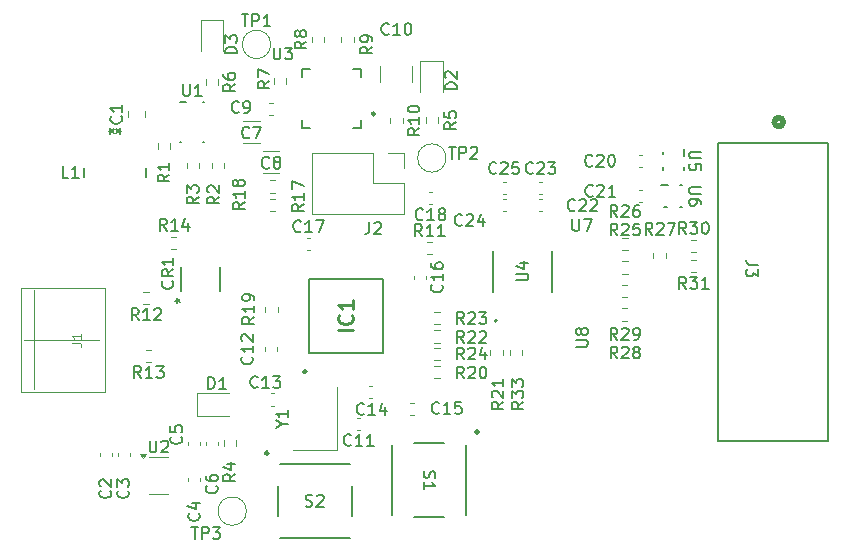
<source format=gbr>
%TF.GenerationSoftware,KiCad,Pcbnew,8.0.5*%
%TF.CreationDate,2024-10-07T09:03:38+02:00*%
%TF.ProjectId,ADC_Klipper_Board,4144435f-4b6c-4697-9070-65725f426f61,rev?*%
%TF.SameCoordinates,Original*%
%TF.FileFunction,Legend,Top*%
%TF.FilePolarity,Positive*%
%FSLAX46Y46*%
G04 Gerber Fmt 4.6, Leading zero omitted, Abs format (unit mm)*
G04 Created by KiCad (PCBNEW 8.0.5) date 2024-10-07 09:03:38*
%MOMM*%
%LPD*%
G01*
G04 APERTURE LIST*
%ADD10C,0.150000*%
%ADD11C,0.254000*%
%ADD12C,0.100000*%
%ADD13C,0.120000*%
%ADD14C,0.200000*%
%ADD15C,0.152400*%
%ADD16C,0.127000*%
%ADD17C,0.508000*%
%ADD18C,0.250000*%
%ADD19C,0.020000*%
G04 APERTURE END LIST*
D10*
X122847142Y-87259580D02*
X122799523Y-87307200D01*
X122799523Y-87307200D02*
X122656666Y-87354819D01*
X122656666Y-87354819D02*
X122561428Y-87354819D01*
X122561428Y-87354819D02*
X122418571Y-87307200D01*
X122418571Y-87307200D02*
X122323333Y-87211961D01*
X122323333Y-87211961D02*
X122275714Y-87116723D01*
X122275714Y-87116723D02*
X122228095Y-86926247D01*
X122228095Y-86926247D02*
X122228095Y-86783390D01*
X122228095Y-86783390D02*
X122275714Y-86592914D01*
X122275714Y-86592914D02*
X122323333Y-86497676D01*
X122323333Y-86497676D02*
X122418571Y-86402438D01*
X122418571Y-86402438D02*
X122561428Y-86354819D01*
X122561428Y-86354819D02*
X122656666Y-86354819D01*
X122656666Y-86354819D02*
X122799523Y-86402438D01*
X122799523Y-86402438D02*
X122847142Y-86450057D01*
X123799523Y-87354819D02*
X123228095Y-87354819D01*
X123513809Y-87354819D02*
X123513809Y-86354819D01*
X123513809Y-86354819D02*
X123418571Y-86497676D01*
X123418571Y-86497676D02*
X123323333Y-86592914D01*
X123323333Y-86592914D02*
X123228095Y-86640533D01*
X124656666Y-86688152D02*
X124656666Y-87354819D01*
X124418571Y-86307200D02*
X124180476Y-87021485D01*
X124180476Y-87021485D02*
X124799523Y-87021485D01*
X110604819Y-68881666D02*
X110128628Y-69214999D01*
X110604819Y-69453094D02*
X109604819Y-69453094D01*
X109604819Y-69453094D02*
X109604819Y-69072142D01*
X109604819Y-69072142D02*
X109652438Y-68976904D01*
X109652438Y-68976904D02*
X109700057Y-68929285D01*
X109700057Y-68929285D02*
X109795295Y-68881666D01*
X109795295Y-68881666D02*
X109938152Y-68881666D01*
X109938152Y-68881666D02*
X110033390Y-68929285D01*
X110033390Y-68929285D02*
X110081009Y-68976904D01*
X110081009Y-68976904D02*
X110128628Y-69072142D01*
X110128628Y-69072142D02*
X110128628Y-69453094D01*
X109700057Y-68500713D02*
X109652438Y-68453094D01*
X109652438Y-68453094D02*
X109604819Y-68357856D01*
X109604819Y-68357856D02*
X109604819Y-68119761D01*
X109604819Y-68119761D02*
X109652438Y-68024523D01*
X109652438Y-68024523D02*
X109700057Y-67976904D01*
X109700057Y-67976904D02*
X109795295Y-67929285D01*
X109795295Y-67929285D02*
X109890533Y-67929285D01*
X109890533Y-67929285D02*
X110033390Y-67976904D01*
X110033390Y-67976904D02*
X110604819Y-68548332D01*
X110604819Y-68548332D02*
X110604819Y-67929285D01*
X103782142Y-79334819D02*
X103448809Y-78858628D01*
X103210714Y-79334819D02*
X103210714Y-78334819D01*
X103210714Y-78334819D02*
X103591666Y-78334819D01*
X103591666Y-78334819D02*
X103686904Y-78382438D01*
X103686904Y-78382438D02*
X103734523Y-78430057D01*
X103734523Y-78430057D02*
X103782142Y-78525295D01*
X103782142Y-78525295D02*
X103782142Y-78668152D01*
X103782142Y-78668152D02*
X103734523Y-78763390D01*
X103734523Y-78763390D02*
X103686904Y-78811009D01*
X103686904Y-78811009D02*
X103591666Y-78858628D01*
X103591666Y-78858628D02*
X103210714Y-78858628D01*
X104734523Y-79334819D02*
X104163095Y-79334819D01*
X104448809Y-79334819D02*
X104448809Y-78334819D01*
X104448809Y-78334819D02*
X104353571Y-78477676D01*
X104353571Y-78477676D02*
X104258333Y-78572914D01*
X104258333Y-78572914D02*
X104163095Y-78620533D01*
X105115476Y-78430057D02*
X105163095Y-78382438D01*
X105163095Y-78382438D02*
X105258333Y-78334819D01*
X105258333Y-78334819D02*
X105496428Y-78334819D01*
X105496428Y-78334819D02*
X105591666Y-78382438D01*
X105591666Y-78382438D02*
X105639285Y-78430057D01*
X105639285Y-78430057D02*
X105686904Y-78525295D01*
X105686904Y-78525295D02*
X105686904Y-78620533D01*
X105686904Y-78620533D02*
X105639285Y-78763390D01*
X105639285Y-78763390D02*
X105067857Y-79334819D01*
X105067857Y-79334819D02*
X105686904Y-79334819D01*
X121757142Y-89889580D02*
X121709523Y-89937200D01*
X121709523Y-89937200D02*
X121566666Y-89984819D01*
X121566666Y-89984819D02*
X121471428Y-89984819D01*
X121471428Y-89984819D02*
X121328571Y-89937200D01*
X121328571Y-89937200D02*
X121233333Y-89841961D01*
X121233333Y-89841961D02*
X121185714Y-89746723D01*
X121185714Y-89746723D02*
X121138095Y-89556247D01*
X121138095Y-89556247D02*
X121138095Y-89413390D01*
X121138095Y-89413390D02*
X121185714Y-89222914D01*
X121185714Y-89222914D02*
X121233333Y-89127676D01*
X121233333Y-89127676D02*
X121328571Y-89032438D01*
X121328571Y-89032438D02*
X121471428Y-88984819D01*
X121471428Y-88984819D02*
X121566666Y-88984819D01*
X121566666Y-88984819D02*
X121709523Y-89032438D01*
X121709523Y-89032438D02*
X121757142Y-89080057D01*
X122709523Y-89984819D02*
X122138095Y-89984819D01*
X122423809Y-89984819D02*
X122423809Y-88984819D01*
X122423809Y-88984819D02*
X122328571Y-89127676D01*
X122328571Y-89127676D02*
X122233333Y-89222914D01*
X122233333Y-89222914D02*
X122138095Y-89270533D01*
X123661904Y-89984819D02*
X123090476Y-89984819D01*
X123376190Y-89984819D02*
X123376190Y-88984819D01*
X123376190Y-88984819D02*
X123280952Y-89127676D01*
X123280952Y-89127676D02*
X123185714Y-89222914D01*
X123185714Y-89222914D02*
X123090476Y-89270533D01*
X127770142Y-72224820D02*
X127436809Y-71748629D01*
X127198714Y-72224820D02*
X127198714Y-71224820D01*
X127198714Y-71224820D02*
X127579666Y-71224820D01*
X127579666Y-71224820D02*
X127674904Y-71272439D01*
X127674904Y-71272439D02*
X127722523Y-71320058D01*
X127722523Y-71320058D02*
X127770142Y-71415296D01*
X127770142Y-71415296D02*
X127770142Y-71558153D01*
X127770142Y-71558153D02*
X127722523Y-71653391D01*
X127722523Y-71653391D02*
X127674904Y-71701010D01*
X127674904Y-71701010D02*
X127579666Y-71748629D01*
X127579666Y-71748629D02*
X127198714Y-71748629D01*
X128722523Y-72224820D02*
X128151095Y-72224820D01*
X128436809Y-72224820D02*
X128436809Y-71224820D01*
X128436809Y-71224820D02*
X128341571Y-71367677D01*
X128341571Y-71367677D02*
X128246333Y-71462915D01*
X128246333Y-71462915D02*
X128151095Y-71510534D01*
X129674904Y-72224820D02*
X129103476Y-72224820D01*
X129389190Y-72224820D02*
X129389190Y-71224820D01*
X129389190Y-71224820D02*
X129293952Y-71367677D01*
X129293952Y-71367677D02*
X129198714Y-71462915D01*
X129198714Y-71462915D02*
X129103476Y-71510534D01*
X131309142Y-79654819D02*
X130975809Y-79178628D01*
X130737714Y-79654819D02*
X130737714Y-78654819D01*
X130737714Y-78654819D02*
X131118666Y-78654819D01*
X131118666Y-78654819D02*
X131213904Y-78702438D01*
X131213904Y-78702438D02*
X131261523Y-78750057D01*
X131261523Y-78750057D02*
X131309142Y-78845295D01*
X131309142Y-78845295D02*
X131309142Y-78988152D01*
X131309142Y-78988152D02*
X131261523Y-79083390D01*
X131261523Y-79083390D02*
X131213904Y-79131009D01*
X131213904Y-79131009D02*
X131118666Y-79178628D01*
X131118666Y-79178628D02*
X130737714Y-79178628D01*
X131690095Y-78750057D02*
X131737714Y-78702438D01*
X131737714Y-78702438D02*
X131832952Y-78654819D01*
X131832952Y-78654819D02*
X132071047Y-78654819D01*
X132071047Y-78654819D02*
X132166285Y-78702438D01*
X132166285Y-78702438D02*
X132213904Y-78750057D01*
X132213904Y-78750057D02*
X132261523Y-78845295D01*
X132261523Y-78845295D02*
X132261523Y-78940533D01*
X132261523Y-78940533D02*
X132213904Y-79083390D01*
X132213904Y-79083390D02*
X131642476Y-79654819D01*
X131642476Y-79654819D02*
X132261523Y-79654819D01*
X132594857Y-78654819D02*
X133213904Y-78654819D01*
X133213904Y-78654819D02*
X132880571Y-79035771D01*
X132880571Y-79035771D02*
X133023428Y-79035771D01*
X133023428Y-79035771D02*
X133118666Y-79083390D01*
X133118666Y-79083390D02*
X133166285Y-79131009D01*
X133166285Y-79131009D02*
X133213904Y-79226247D01*
X133213904Y-79226247D02*
X133213904Y-79464342D01*
X133213904Y-79464342D02*
X133166285Y-79559580D01*
X133166285Y-79559580D02*
X133118666Y-79607200D01*
X133118666Y-79607200D02*
X133023428Y-79654819D01*
X133023428Y-79654819D02*
X132737714Y-79654819D01*
X132737714Y-79654819D02*
X132642476Y-79607200D01*
X132642476Y-79607200D02*
X132594857Y-79559580D01*
X106379819Y-67001666D02*
X105903628Y-67334999D01*
X106379819Y-67573094D02*
X105379819Y-67573094D01*
X105379819Y-67573094D02*
X105379819Y-67192142D01*
X105379819Y-67192142D02*
X105427438Y-67096904D01*
X105427438Y-67096904D02*
X105475057Y-67049285D01*
X105475057Y-67049285D02*
X105570295Y-67001666D01*
X105570295Y-67001666D02*
X105713152Y-67001666D01*
X105713152Y-67001666D02*
X105808390Y-67049285D01*
X105808390Y-67049285D02*
X105856009Y-67096904D01*
X105856009Y-67096904D02*
X105903628Y-67192142D01*
X105903628Y-67192142D02*
X105903628Y-67573094D01*
X106379819Y-66049285D02*
X106379819Y-66620713D01*
X106379819Y-66334999D02*
X105379819Y-66334999D01*
X105379819Y-66334999D02*
X105522676Y-66430237D01*
X105522676Y-66430237D02*
X105617914Y-66525475D01*
X105617914Y-66525475D02*
X105665533Y-66620713D01*
X114854819Y-59091666D02*
X114378628Y-59424999D01*
X114854819Y-59663094D02*
X113854819Y-59663094D01*
X113854819Y-59663094D02*
X113854819Y-59282142D01*
X113854819Y-59282142D02*
X113902438Y-59186904D01*
X113902438Y-59186904D02*
X113950057Y-59139285D01*
X113950057Y-59139285D02*
X114045295Y-59091666D01*
X114045295Y-59091666D02*
X114188152Y-59091666D01*
X114188152Y-59091666D02*
X114283390Y-59139285D01*
X114283390Y-59139285D02*
X114331009Y-59186904D01*
X114331009Y-59186904D02*
X114378628Y-59282142D01*
X114378628Y-59282142D02*
X114378628Y-59663094D01*
X113854819Y-58758332D02*
X113854819Y-58091666D01*
X113854819Y-58091666D02*
X114854819Y-58520237D01*
X108859580Y-95691666D02*
X108907200Y-95739285D01*
X108907200Y-95739285D02*
X108954819Y-95882142D01*
X108954819Y-95882142D02*
X108954819Y-95977380D01*
X108954819Y-95977380D02*
X108907200Y-96120237D01*
X108907200Y-96120237D02*
X108811961Y-96215475D01*
X108811961Y-96215475D02*
X108716723Y-96263094D01*
X108716723Y-96263094D02*
X108526247Y-96310713D01*
X108526247Y-96310713D02*
X108383390Y-96310713D01*
X108383390Y-96310713D02*
X108192914Y-96263094D01*
X108192914Y-96263094D02*
X108097676Y-96215475D01*
X108097676Y-96215475D02*
X108002438Y-96120237D01*
X108002438Y-96120237D02*
X107954819Y-95977380D01*
X107954819Y-95977380D02*
X107954819Y-95882142D01*
X107954819Y-95882142D02*
X108002438Y-95739285D01*
X108002438Y-95739285D02*
X108050057Y-95691666D01*
X108288152Y-94834523D02*
X108954819Y-94834523D01*
X107907200Y-95072618D02*
X108621485Y-95310713D01*
X108621485Y-95310713D02*
X108621485Y-94691666D01*
X130038095Y-64654819D02*
X130609523Y-64654819D01*
X130323809Y-65654819D02*
X130323809Y-64654819D01*
X130942857Y-65654819D02*
X130942857Y-64654819D01*
X130942857Y-64654819D02*
X131323809Y-64654819D01*
X131323809Y-64654819D02*
X131419047Y-64702438D01*
X131419047Y-64702438D02*
X131466666Y-64750057D01*
X131466666Y-64750057D02*
X131514285Y-64845295D01*
X131514285Y-64845295D02*
X131514285Y-64988152D01*
X131514285Y-64988152D02*
X131466666Y-65083390D01*
X131466666Y-65083390D02*
X131419047Y-65131009D01*
X131419047Y-65131009D02*
X131323809Y-65178628D01*
X131323809Y-65178628D02*
X130942857Y-65178628D01*
X131895238Y-64750057D02*
X131942857Y-64702438D01*
X131942857Y-64702438D02*
X132038095Y-64654819D01*
X132038095Y-64654819D02*
X132276190Y-64654819D01*
X132276190Y-64654819D02*
X132371428Y-64702438D01*
X132371428Y-64702438D02*
X132419047Y-64750057D01*
X132419047Y-64750057D02*
X132466666Y-64845295D01*
X132466666Y-64845295D02*
X132466666Y-64940533D01*
X132466666Y-64940533D02*
X132419047Y-65083390D01*
X132419047Y-65083390D02*
X131847619Y-65654819D01*
X131847619Y-65654819D02*
X132466666Y-65654819D01*
X129427580Y-76342858D02*
X129475200Y-76390477D01*
X129475200Y-76390477D02*
X129522819Y-76533334D01*
X129522819Y-76533334D02*
X129522819Y-76628572D01*
X129522819Y-76628572D02*
X129475200Y-76771429D01*
X129475200Y-76771429D02*
X129379961Y-76866667D01*
X129379961Y-76866667D02*
X129284723Y-76914286D01*
X129284723Y-76914286D02*
X129094247Y-76961905D01*
X129094247Y-76961905D02*
X128951390Y-76961905D01*
X128951390Y-76961905D02*
X128760914Y-76914286D01*
X128760914Y-76914286D02*
X128665676Y-76866667D01*
X128665676Y-76866667D02*
X128570438Y-76771429D01*
X128570438Y-76771429D02*
X128522819Y-76628572D01*
X128522819Y-76628572D02*
X128522819Y-76533334D01*
X128522819Y-76533334D02*
X128570438Y-76390477D01*
X128570438Y-76390477D02*
X128618057Y-76342858D01*
X129522819Y-75390477D02*
X129522819Y-75961905D01*
X129522819Y-75676191D02*
X128522819Y-75676191D01*
X128522819Y-75676191D02*
X128665676Y-75771429D01*
X128665676Y-75771429D02*
X128760914Y-75866667D01*
X128760914Y-75866667D02*
X128808533Y-75961905D01*
X128522819Y-74533334D02*
X128522819Y-74723810D01*
X128522819Y-74723810D02*
X128570438Y-74819048D01*
X128570438Y-74819048D02*
X128618057Y-74866667D01*
X128618057Y-74866667D02*
X128760914Y-74961905D01*
X128760914Y-74961905D02*
X128951390Y-75009524D01*
X128951390Y-75009524D02*
X129332342Y-75009524D01*
X129332342Y-75009524D02*
X129427580Y-74961905D01*
X129427580Y-74961905D02*
X129475200Y-74914286D01*
X129475200Y-74914286D02*
X129522819Y-74819048D01*
X129522819Y-74819048D02*
X129522819Y-74628572D01*
X129522819Y-74628572D02*
X129475200Y-74533334D01*
X129475200Y-74533334D02*
X129427580Y-74485715D01*
X129427580Y-74485715D02*
X129332342Y-74438096D01*
X129332342Y-74438096D02*
X129094247Y-74438096D01*
X129094247Y-74438096D02*
X128999009Y-74485715D01*
X128999009Y-74485715D02*
X128951390Y-74533334D01*
X128951390Y-74533334D02*
X128903771Y-74628572D01*
X128903771Y-74628572D02*
X128903771Y-74819048D01*
X128903771Y-74819048D02*
X128951390Y-74914286D01*
X128951390Y-74914286D02*
X128999009Y-74961905D01*
X128999009Y-74961905D02*
X129094247Y-75009524D01*
X108854819Y-68866666D02*
X108378628Y-69199999D01*
X108854819Y-69438094D02*
X107854819Y-69438094D01*
X107854819Y-69438094D02*
X107854819Y-69057142D01*
X107854819Y-69057142D02*
X107902438Y-68961904D01*
X107902438Y-68961904D02*
X107950057Y-68914285D01*
X107950057Y-68914285D02*
X108045295Y-68866666D01*
X108045295Y-68866666D02*
X108188152Y-68866666D01*
X108188152Y-68866666D02*
X108283390Y-68914285D01*
X108283390Y-68914285D02*
X108331009Y-68961904D01*
X108331009Y-68961904D02*
X108378628Y-69057142D01*
X108378628Y-69057142D02*
X108378628Y-69438094D01*
X107854819Y-68533332D02*
X107854819Y-67914285D01*
X107854819Y-67914285D02*
X108235771Y-68247618D01*
X108235771Y-68247618D02*
X108235771Y-68104761D01*
X108235771Y-68104761D02*
X108283390Y-68009523D01*
X108283390Y-68009523D02*
X108331009Y-67961904D01*
X108331009Y-67961904D02*
X108426247Y-67914285D01*
X108426247Y-67914285D02*
X108664342Y-67914285D01*
X108664342Y-67914285D02*
X108759580Y-67961904D01*
X108759580Y-67961904D02*
X108807200Y-68009523D01*
X108807200Y-68009523D02*
X108854819Y-68104761D01*
X108854819Y-68104761D02*
X108854819Y-68390475D01*
X108854819Y-68390475D02*
X108807200Y-68485713D01*
X108807200Y-68485713D02*
X108759580Y-68533332D01*
X113143333Y-63839580D02*
X113095714Y-63887200D01*
X113095714Y-63887200D02*
X112952857Y-63934819D01*
X112952857Y-63934819D02*
X112857619Y-63934819D01*
X112857619Y-63934819D02*
X112714762Y-63887200D01*
X112714762Y-63887200D02*
X112619524Y-63791961D01*
X112619524Y-63791961D02*
X112571905Y-63696723D01*
X112571905Y-63696723D02*
X112524286Y-63506247D01*
X112524286Y-63506247D02*
X112524286Y-63363390D01*
X112524286Y-63363390D02*
X112571905Y-63172914D01*
X112571905Y-63172914D02*
X112619524Y-63077676D01*
X112619524Y-63077676D02*
X112714762Y-62982438D01*
X112714762Y-62982438D02*
X112857619Y-62934819D01*
X112857619Y-62934819D02*
X112952857Y-62934819D01*
X112952857Y-62934819D02*
X113095714Y-62982438D01*
X113095714Y-62982438D02*
X113143333Y-63030057D01*
X113476667Y-62934819D02*
X114143333Y-62934819D01*
X114143333Y-62934819D02*
X113714762Y-63934819D01*
X151380180Y-65070596D02*
X150570657Y-65070596D01*
X150570657Y-65070596D02*
X150475419Y-65118215D01*
X150475419Y-65118215D02*
X150427800Y-65165834D01*
X150427800Y-65165834D02*
X150380180Y-65261072D01*
X150380180Y-65261072D02*
X150380180Y-65451548D01*
X150380180Y-65451548D02*
X150427800Y-65546786D01*
X150427800Y-65546786D02*
X150475419Y-65594405D01*
X150475419Y-65594405D02*
X150570657Y-65642024D01*
X150570657Y-65642024D02*
X151380180Y-65642024D01*
X151380180Y-66594405D02*
X151380180Y-66118215D01*
X151380180Y-66118215D02*
X150903990Y-66070596D01*
X150903990Y-66070596D02*
X150951609Y-66118215D01*
X150951609Y-66118215D02*
X150999228Y-66213453D01*
X150999228Y-66213453D02*
X150999228Y-66451548D01*
X150999228Y-66451548D02*
X150951609Y-66546786D01*
X150951609Y-66546786D02*
X150903990Y-66594405D01*
X150903990Y-66594405D02*
X150808752Y-66642024D01*
X150808752Y-66642024D02*
X150570657Y-66642024D01*
X150570657Y-66642024D02*
X150475419Y-66594405D01*
X150475419Y-66594405D02*
X150427800Y-66546786D01*
X150427800Y-66546786D02*
X150380180Y-66451548D01*
X150380180Y-66451548D02*
X150380180Y-66213453D01*
X150380180Y-66213453D02*
X150427800Y-66118215D01*
X150427800Y-66118215D02*
X150475419Y-66070596D01*
X129219144Y-87159580D02*
X129171525Y-87207200D01*
X129171525Y-87207200D02*
X129028668Y-87254819D01*
X129028668Y-87254819D02*
X128933430Y-87254819D01*
X128933430Y-87254819D02*
X128790573Y-87207200D01*
X128790573Y-87207200D02*
X128695335Y-87111961D01*
X128695335Y-87111961D02*
X128647716Y-87016723D01*
X128647716Y-87016723D02*
X128600097Y-86826247D01*
X128600097Y-86826247D02*
X128600097Y-86683390D01*
X128600097Y-86683390D02*
X128647716Y-86492914D01*
X128647716Y-86492914D02*
X128695335Y-86397676D01*
X128695335Y-86397676D02*
X128790573Y-86302438D01*
X128790573Y-86302438D02*
X128933430Y-86254819D01*
X128933430Y-86254819D02*
X129028668Y-86254819D01*
X129028668Y-86254819D02*
X129171525Y-86302438D01*
X129171525Y-86302438D02*
X129219144Y-86350057D01*
X130171525Y-87254819D02*
X129600097Y-87254819D01*
X129885811Y-87254819D02*
X129885811Y-86254819D01*
X129885811Y-86254819D02*
X129790573Y-86397676D01*
X129790573Y-86397676D02*
X129695335Y-86492914D01*
X129695335Y-86492914D02*
X129600097Y-86540533D01*
X131076287Y-86254819D02*
X130600097Y-86254819D01*
X130600097Y-86254819D02*
X130552478Y-86731009D01*
X130552478Y-86731009D02*
X130600097Y-86683390D01*
X130600097Y-86683390D02*
X130695335Y-86635771D01*
X130695335Y-86635771D02*
X130933430Y-86635771D01*
X130933430Y-86635771D02*
X131028668Y-86683390D01*
X131028668Y-86683390D02*
X131076287Y-86731009D01*
X131076287Y-86731009D02*
X131123906Y-86826247D01*
X131123906Y-86826247D02*
X131123906Y-87064342D01*
X131123906Y-87064342D02*
X131076287Y-87159580D01*
X131076287Y-87159580D02*
X131028668Y-87207200D01*
X131028668Y-87207200D02*
X130933430Y-87254819D01*
X130933430Y-87254819D02*
X130695335Y-87254819D01*
X130695335Y-87254819D02*
X130600097Y-87207200D01*
X130600097Y-87207200D02*
X130552478Y-87159580D01*
X117507142Y-71789580D02*
X117459523Y-71837200D01*
X117459523Y-71837200D02*
X117316666Y-71884819D01*
X117316666Y-71884819D02*
X117221428Y-71884819D01*
X117221428Y-71884819D02*
X117078571Y-71837200D01*
X117078571Y-71837200D02*
X116983333Y-71741961D01*
X116983333Y-71741961D02*
X116935714Y-71646723D01*
X116935714Y-71646723D02*
X116888095Y-71456247D01*
X116888095Y-71456247D02*
X116888095Y-71313390D01*
X116888095Y-71313390D02*
X116935714Y-71122914D01*
X116935714Y-71122914D02*
X116983333Y-71027676D01*
X116983333Y-71027676D02*
X117078571Y-70932438D01*
X117078571Y-70932438D02*
X117221428Y-70884819D01*
X117221428Y-70884819D02*
X117316666Y-70884819D01*
X117316666Y-70884819D02*
X117459523Y-70932438D01*
X117459523Y-70932438D02*
X117507142Y-70980057D01*
X118459523Y-71884819D02*
X117888095Y-71884819D01*
X118173809Y-71884819D02*
X118173809Y-70884819D01*
X118173809Y-70884819D02*
X118078571Y-71027676D01*
X118078571Y-71027676D02*
X117983333Y-71122914D01*
X117983333Y-71122914D02*
X117888095Y-71170533D01*
X118792857Y-70884819D02*
X119459523Y-70884819D01*
X119459523Y-70884819D02*
X119030952Y-71884819D01*
X144301144Y-80992019D02*
X143967811Y-80515828D01*
X143729716Y-80992019D02*
X143729716Y-79992019D01*
X143729716Y-79992019D02*
X144110668Y-79992019D01*
X144110668Y-79992019D02*
X144205906Y-80039638D01*
X144205906Y-80039638D02*
X144253525Y-80087257D01*
X144253525Y-80087257D02*
X144301144Y-80182495D01*
X144301144Y-80182495D02*
X144301144Y-80325352D01*
X144301144Y-80325352D02*
X144253525Y-80420590D01*
X144253525Y-80420590D02*
X144205906Y-80468209D01*
X144205906Y-80468209D02*
X144110668Y-80515828D01*
X144110668Y-80515828D02*
X143729716Y-80515828D01*
X144682097Y-80087257D02*
X144729716Y-80039638D01*
X144729716Y-80039638D02*
X144824954Y-79992019D01*
X144824954Y-79992019D02*
X145063049Y-79992019D01*
X145063049Y-79992019D02*
X145158287Y-80039638D01*
X145158287Y-80039638D02*
X145205906Y-80087257D01*
X145205906Y-80087257D02*
X145253525Y-80182495D01*
X145253525Y-80182495D02*
X145253525Y-80277733D01*
X145253525Y-80277733D02*
X145205906Y-80420590D01*
X145205906Y-80420590D02*
X144634478Y-80992019D01*
X144634478Y-80992019D02*
X145253525Y-80992019D01*
X145729716Y-80992019D02*
X145920192Y-80992019D01*
X145920192Y-80992019D02*
X146015430Y-80944400D01*
X146015430Y-80944400D02*
X146063049Y-80896780D01*
X146063049Y-80896780D02*
X146158287Y-80753923D01*
X146158287Y-80753923D02*
X146205906Y-80563447D01*
X146205906Y-80563447D02*
X146205906Y-80182495D01*
X146205906Y-80182495D02*
X146158287Y-80087257D01*
X146158287Y-80087257D02*
X146110668Y-80039638D01*
X146110668Y-80039638D02*
X146015430Y-79992019D01*
X146015430Y-79992019D02*
X145824954Y-79992019D01*
X145824954Y-79992019D02*
X145729716Y-80039638D01*
X145729716Y-80039638D02*
X145682097Y-80087257D01*
X145682097Y-80087257D02*
X145634478Y-80182495D01*
X145634478Y-80182495D02*
X145634478Y-80420590D01*
X145634478Y-80420590D02*
X145682097Y-80515828D01*
X145682097Y-80515828D02*
X145729716Y-80563447D01*
X145729716Y-80563447D02*
X145824954Y-80611066D01*
X145824954Y-80611066D02*
X146015430Y-80611066D01*
X146015430Y-80611066D02*
X146110668Y-80563447D01*
X146110668Y-80563447D02*
X146158287Y-80515828D01*
X146158287Y-80515828D02*
X146205906Y-80420590D01*
X112104819Y-56738094D02*
X111104819Y-56738094D01*
X111104819Y-56738094D02*
X111104819Y-56499999D01*
X111104819Y-56499999D02*
X111152438Y-56357142D01*
X111152438Y-56357142D02*
X111247676Y-56261904D01*
X111247676Y-56261904D02*
X111342914Y-56214285D01*
X111342914Y-56214285D02*
X111533390Y-56166666D01*
X111533390Y-56166666D02*
X111676247Y-56166666D01*
X111676247Y-56166666D02*
X111866723Y-56214285D01*
X111866723Y-56214285D02*
X111961961Y-56261904D01*
X111961961Y-56261904D02*
X112057200Y-56357142D01*
X112057200Y-56357142D02*
X112104819Y-56499999D01*
X112104819Y-56499999D02*
X112104819Y-56738094D01*
X111104819Y-55833332D02*
X111104819Y-55214285D01*
X111104819Y-55214285D02*
X111485771Y-55547618D01*
X111485771Y-55547618D02*
X111485771Y-55404761D01*
X111485771Y-55404761D02*
X111533390Y-55309523D01*
X111533390Y-55309523D02*
X111581009Y-55261904D01*
X111581009Y-55261904D02*
X111676247Y-55214285D01*
X111676247Y-55214285D02*
X111914342Y-55214285D01*
X111914342Y-55214285D02*
X112009580Y-55261904D01*
X112009580Y-55261904D02*
X112057200Y-55309523D01*
X112057200Y-55309523D02*
X112104819Y-55404761D01*
X112104819Y-55404761D02*
X112104819Y-55690475D01*
X112104819Y-55690475D02*
X112057200Y-55785713D01*
X112057200Y-55785713D02*
X112009580Y-55833332D01*
X117984819Y-55741667D02*
X117508628Y-56075000D01*
X117984819Y-56313095D02*
X116984819Y-56313095D01*
X116984819Y-56313095D02*
X116984819Y-55932143D01*
X116984819Y-55932143D02*
X117032438Y-55836905D01*
X117032438Y-55836905D02*
X117080057Y-55789286D01*
X117080057Y-55789286D02*
X117175295Y-55741667D01*
X117175295Y-55741667D02*
X117318152Y-55741667D01*
X117318152Y-55741667D02*
X117413390Y-55789286D01*
X117413390Y-55789286D02*
X117461009Y-55836905D01*
X117461009Y-55836905D02*
X117508628Y-55932143D01*
X117508628Y-55932143D02*
X117508628Y-56313095D01*
X117413390Y-55170238D02*
X117365771Y-55265476D01*
X117365771Y-55265476D02*
X117318152Y-55313095D01*
X117318152Y-55313095D02*
X117222914Y-55360714D01*
X117222914Y-55360714D02*
X117175295Y-55360714D01*
X117175295Y-55360714D02*
X117080057Y-55313095D01*
X117080057Y-55313095D02*
X117032438Y-55265476D01*
X117032438Y-55265476D02*
X116984819Y-55170238D01*
X116984819Y-55170238D02*
X116984819Y-54979762D01*
X116984819Y-54979762D02*
X117032438Y-54884524D01*
X117032438Y-54884524D02*
X117080057Y-54836905D01*
X117080057Y-54836905D02*
X117175295Y-54789286D01*
X117175295Y-54789286D02*
X117222914Y-54789286D01*
X117222914Y-54789286D02*
X117318152Y-54836905D01*
X117318152Y-54836905D02*
X117365771Y-54884524D01*
X117365771Y-54884524D02*
X117413390Y-54979762D01*
X117413390Y-54979762D02*
X117413390Y-55170238D01*
X117413390Y-55170238D02*
X117461009Y-55265476D01*
X117461009Y-55265476D02*
X117508628Y-55313095D01*
X117508628Y-55313095D02*
X117603866Y-55360714D01*
X117603866Y-55360714D02*
X117794342Y-55360714D01*
X117794342Y-55360714D02*
X117889580Y-55313095D01*
X117889580Y-55313095D02*
X117937200Y-55265476D01*
X117937200Y-55265476D02*
X117984819Y-55170238D01*
X117984819Y-55170238D02*
X117984819Y-54979762D01*
X117984819Y-54979762D02*
X117937200Y-54884524D01*
X117937200Y-54884524D02*
X117889580Y-54836905D01*
X117889580Y-54836905D02*
X117794342Y-54789286D01*
X117794342Y-54789286D02*
X117603866Y-54789286D01*
X117603866Y-54789286D02*
X117508628Y-54836905D01*
X117508628Y-54836905D02*
X117461009Y-54884524D01*
X117461009Y-54884524D02*
X117413390Y-54979762D01*
X117754819Y-69532857D02*
X117278628Y-69866190D01*
X117754819Y-70104285D02*
X116754819Y-70104285D01*
X116754819Y-70104285D02*
X116754819Y-69723333D01*
X116754819Y-69723333D02*
X116802438Y-69628095D01*
X116802438Y-69628095D02*
X116850057Y-69580476D01*
X116850057Y-69580476D02*
X116945295Y-69532857D01*
X116945295Y-69532857D02*
X117088152Y-69532857D01*
X117088152Y-69532857D02*
X117183390Y-69580476D01*
X117183390Y-69580476D02*
X117231009Y-69628095D01*
X117231009Y-69628095D02*
X117278628Y-69723333D01*
X117278628Y-69723333D02*
X117278628Y-70104285D01*
X117754819Y-68580476D02*
X117754819Y-69151904D01*
X117754819Y-68866190D02*
X116754819Y-68866190D01*
X116754819Y-68866190D02*
X116897676Y-68961428D01*
X116897676Y-68961428D02*
X116992914Y-69056666D01*
X116992914Y-69056666D02*
X117040533Y-69151904D01*
X116754819Y-68247142D02*
X116754819Y-67580476D01*
X116754819Y-67580476D02*
X117754819Y-68009047D01*
X111954819Y-59341666D02*
X111478628Y-59674999D01*
X111954819Y-59913094D02*
X110954819Y-59913094D01*
X110954819Y-59913094D02*
X110954819Y-59532142D01*
X110954819Y-59532142D02*
X111002438Y-59436904D01*
X111002438Y-59436904D02*
X111050057Y-59389285D01*
X111050057Y-59389285D02*
X111145295Y-59341666D01*
X111145295Y-59341666D02*
X111288152Y-59341666D01*
X111288152Y-59341666D02*
X111383390Y-59389285D01*
X111383390Y-59389285D02*
X111431009Y-59436904D01*
X111431009Y-59436904D02*
X111478628Y-59532142D01*
X111478628Y-59532142D02*
X111478628Y-59913094D01*
X110954819Y-58484523D02*
X110954819Y-58674999D01*
X110954819Y-58674999D02*
X111002438Y-58770237D01*
X111002438Y-58770237D02*
X111050057Y-58817856D01*
X111050057Y-58817856D02*
X111192914Y-58913094D01*
X111192914Y-58913094D02*
X111383390Y-58960713D01*
X111383390Y-58960713D02*
X111764342Y-58960713D01*
X111764342Y-58960713D02*
X111859580Y-58913094D01*
X111859580Y-58913094D02*
X111907200Y-58865475D01*
X111907200Y-58865475D02*
X111954819Y-58770237D01*
X111954819Y-58770237D02*
X111954819Y-58579761D01*
X111954819Y-58579761D02*
X111907200Y-58484523D01*
X111907200Y-58484523D02*
X111859580Y-58436904D01*
X111859580Y-58436904D02*
X111764342Y-58389285D01*
X111764342Y-58389285D02*
X111526247Y-58389285D01*
X111526247Y-58389285D02*
X111431009Y-58436904D01*
X111431009Y-58436904D02*
X111383390Y-58484523D01*
X111383390Y-58484523D02*
X111335771Y-58579761D01*
X111335771Y-58579761D02*
X111335771Y-58770237D01*
X111335771Y-58770237D02*
X111383390Y-58865475D01*
X111383390Y-58865475D02*
X111431009Y-58913094D01*
X111431009Y-58913094D02*
X111526247Y-58960713D01*
X102859580Y-93766666D02*
X102907200Y-93814285D01*
X102907200Y-93814285D02*
X102954819Y-93957142D01*
X102954819Y-93957142D02*
X102954819Y-94052380D01*
X102954819Y-94052380D02*
X102907200Y-94195237D01*
X102907200Y-94195237D02*
X102811961Y-94290475D01*
X102811961Y-94290475D02*
X102716723Y-94338094D01*
X102716723Y-94338094D02*
X102526247Y-94385713D01*
X102526247Y-94385713D02*
X102383390Y-94385713D01*
X102383390Y-94385713D02*
X102192914Y-94338094D01*
X102192914Y-94338094D02*
X102097676Y-94290475D01*
X102097676Y-94290475D02*
X102002438Y-94195237D01*
X102002438Y-94195237D02*
X101954819Y-94052380D01*
X101954819Y-94052380D02*
X101954819Y-93957142D01*
X101954819Y-93957142D02*
X102002438Y-93814285D01*
X102002438Y-93814285D02*
X102050057Y-93766666D01*
X101954819Y-93433332D02*
X101954819Y-92814285D01*
X101954819Y-92814285D02*
X102335771Y-93147618D01*
X102335771Y-93147618D02*
X102335771Y-93004761D01*
X102335771Y-93004761D02*
X102383390Y-92909523D01*
X102383390Y-92909523D02*
X102431009Y-92861904D01*
X102431009Y-92861904D02*
X102526247Y-92814285D01*
X102526247Y-92814285D02*
X102764342Y-92814285D01*
X102764342Y-92814285D02*
X102859580Y-92861904D01*
X102859580Y-92861904D02*
X102907200Y-92909523D01*
X102907200Y-92909523D02*
X102954819Y-93004761D01*
X102954819Y-93004761D02*
X102954819Y-93290475D01*
X102954819Y-93290475D02*
X102907200Y-93385713D01*
X102907200Y-93385713D02*
X102859580Y-93433332D01*
X127837142Y-70779580D02*
X127789523Y-70827200D01*
X127789523Y-70827200D02*
X127646666Y-70874819D01*
X127646666Y-70874819D02*
X127551428Y-70874819D01*
X127551428Y-70874819D02*
X127408571Y-70827200D01*
X127408571Y-70827200D02*
X127313333Y-70731961D01*
X127313333Y-70731961D02*
X127265714Y-70636723D01*
X127265714Y-70636723D02*
X127218095Y-70446247D01*
X127218095Y-70446247D02*
X127218095Y-70303390D01*
X127218095Y-70303390D02*
X127265714Y-70112914D01*
X127265714Y-70112914D02*
X127313333Y-70017676D01*
X127313333Y-70017676D02*
X127408571Y-69922438D01*
X127408571Y-69922438D02*
X127551428Y-69874819D01*
X127551428Y-69874819D02*
X127646666Y-69874819D01*
X127646666Y-69874819D02*
X127789523Y-69922438D01*
X127789523Y-69922438D02*
X127837142Y-69970057D01*
X128789523Y-70874819D02*
X128218095Y-70874819D01*
X128503809Y-70874819D02*
X128503809Y-69874819D01*
X128503809Y-69874819D02*
X128408571Y-70017676D01*
X128408571Y-70017676D02*
X128313333Y-70112914D01*
X128313333Y-70112914D02*
X128218095Y-70160533D01*
X129360952Y-70303390D02*
X129265714Y-70255771D01*
X129265714Y-70255771D02*
X129218095Y-70208152D01*
X129218095Y-70208152D02*
X129170476Y-70112914D01*
X129170476Y-70112914D02*
X129170476Y-70065295D01*
X129170476Y-70065295D02*
X129218095Y-69970057D01*
X129218095Y-69970057D02*
X129265714Y-69922438D01*
X129265714Y-69922438D02*
X129360952Y-69874819D01*
X129360952Y-69874819D02*
X129551428Y-69874819D01*
X129551428Y-69874819D02*
X129646666Y-69922438D01*
X129646666Y-69922438D02*
X129694285Y-69970057D01*
X129694285Y-69970057D02*
X129741904Y-70065295D01*
X129741904Y-70065295D02*
X129741904Y-70112914D01*
X129741904Y-70112914D02*
X129694285Y-70208152D01*
X129694285Y-70208152D02*
X129646666Y-70255771D01*
X129646666Y-70255771D02*
X129551428Y-70303390D01*
X129551428Y-70303390D02*
X129360952Y-70303390D01*
X129360952Y-70303390D02*
X129265714Y-70351009D01*
X129265714Y-70351009D02*
X129218095Y-70398628D01*
X129218095Y-70398628D02*
X129170476Y-70493866D01*
X129170476Y-70493866D02*
X129170476Y-70684342D01*
X129170476Y-70684342D02*
X129218095Y-70779580D01*
X129218095Y-70779580D02*
X129265714Y-70827200D01*
X129265714Y-70827200D02*
X129360952Y-70874819D01*
X129360952Y-70874819D02*
X129551428Y-70874819D01*
X129551428Y-70874819D02*
X129646666Y-70827200D01*
X129646666Y-70827200D02*
X129694285Y-70779580D01*
X129694285Y-70779580D02*
X129741904Y-70684342D01*
X129741904Y-70684342D02*
X129741904Y-70493866D01*
X129741904Y-70493866D02*
X129694285Y-70398628D01*
X129694285Y-70398628D02*
X129646666Y-70351009D01*
X129646666Y-70351009D02*
X129551428Y-70303390D01*
X144301144Y-82562019D02*
X143967811Y-82085828D01*
X143729716Y-82562019D02*
X143729716Y-81562019D01*
X143729716Y-81562019D02*
X144110668Y-81562019D01*
X144110668Y-81562019D02*
X144205906Y-81609638D01*
X144205906Y-81609638D02*
X144253525Y-81657257D01*
X144253525Y-81657257D02*
X144301144Y-81752495D01*
X144301144Y-81752495D02*
X144301144Y-81895352D01*
X144301144Y-81895352D02*
X144253525Y-81990590D01*
X144253525Y-81990590D02*
X144205906Y-82038209D01*
X144205906Y-82038209D02*
X144110668Y-82085828D01*
X144110668Y-82085828D02*
X143729716Y-82085828D01*
X144682097Y-81657257D02*
X144729716Y-81609638D01*
X144729716Y-81609638D02*
X144824954Y-81562019D01*
X144824954Y-81562019D02*
X145063049Y-81562019D01*
X145063049Y-81562019D02*
X145158287Y-81609638D01*
X145158287Y-81609638D02*
X145205906Y-81657257D01*
X145205906Y-81657257D02*
X145253525Y-81752495D01*
X145253525Y-81752495D02*
X145253525Y-81847733D01*
X145253525Y-81847733D02*
X145205906Y-81990590D01*
X145205906Y-81990590D02*
X144634478Y-82562019D01*
X144634478Y-82562019D02*
X145253525Y-82562019D01*
X145824954Y-81990590D02*
X145729716Y-81942971D01*
X145729716Y-81942971D02*
X145682097Y-81895352D01*
X145682097Y-81895352D02*
X145634478Y-81800114D01*
X145634478Y-81800114D02*
X145634478Y-81752495D01*
X145634478Y-81752495D02*
X145682097Y-81657257D01*
X145682097Y-81657257D02*
X145729716Y-81609638D01*
X145729716Y-81609638D02*
X145824954Y-81562019D01*
X145824954Y-81562019D02*
X146015430Y-81562019D01*
X146015430Y-81562019D02*
X146110668Y-81609638D01*
X146110668Y-81609638D02*
X146158287Y-81657257D01*
X146158287Y-81657257D02*
X146205906Y-81752495D01*
X146205906Y-81752495D02*
X146205906Y-81800114D01*
X146205906Y-81800114D02*
X146158287Y-81895352D01*
X146158287Y-81895352D02*
X146110668Y-81942971D01*
X146110668Y-81942971D02*
X146015430Y-81990590D01*
X146015430Y-81990590D02*
X145824954Y-81990590D01*
X145824954Y-81990590D02*
X145729716Y-82038209D01*
X145729716Y-82038209D02*
X145682097Y-82085828D01*
X145682097Y-82085828D02*
X145634478Y-82181066D01*
X145634478Y-82181066D02*
X145634478Y-82371542D01*
X145634478Y-82371542D02*
X145682097Y-82466780D01*
X145682097Y-82466780D02*
X145729716Y-82514400D01*
X145729716Y-82514400D02*
X145824954Y-82562019D01*
X145824954Y-82562019D02*
X146015430Y-82562019D01*
X146015430Y-82562019D02*
X146110668Y-82514400D01*
X146110668Y-82514400D02*
X146158287Y-82466780D01*
X146158287Y-82466780D02*
X146205906Y-82371542D01*
X146205906Y-82371542D02*
X146205906Y-82181066D01*
X146205906Y-82181066D02*
X146158287Y-82085828D01*
X146158287Y-82085828D02*
X146110668Y-82038209D01*
X146110668Y-82038209D02*
X146015430Y-81990590D01*
X131309142Y-84254819D02*
X130975809Y-83778628D01*
X130737714Y-84254819D02*
X130737714Y-83254819D01*
X130737714Y-83254819D02*
X131118666Y-83254819D01*
X131118666Y-83254819D02*
X131213904Y-83302438D01*
X131213904Y-83302438D02*
X131261523Y-83350057D01*
X131261523Y-83350057D02*
X131309142Y-83445295D01*
X131309142Y-83445295D02*
X131309142Y-83588152D01*
X131309142Y-83588152D02*
X131261523Y-83683390D01*
X131261523Y-83683390D02*
X131213904Y-83731009D01*
X131213904Y-83731009D02*
X131118666Y-83778628D01*
X131118666Y-83778628D02*
X130737714Y-83778628D01*
X131690095Y-83350057D02*
X131737714Y-83302438D01*
X131737714Y-83302438D02*
X131832952Y-83254819D01*
X131832952Y-83254819D02*
X132071047Y-83254819D01*
X132071047Y-83254819D02*
X132166285Y-83302438D01*
X132166285Y-83302438D02*
X132213904Y-83350057D01*
X132213904Y-83350057D02*
X132261523Y-83445295D01*
X132261523Y-83445295D02*
X132261523Y-83540533D01*
X132261523Y-83540533D02*
X132213904Y-83683390D01*
X132213904Y-83683390D02*
X131642476Y-84254819D01*
X131642476Y-84254819D02*
X132261523Y-84254819D01*
X132880571Y-83254819D02*
X132975809Y-83254819D01*
X132975809Y-83254819D02*
X133071047Y-83302438D01*
X133071047Y-83302438D02*
X133118666Y-83350057D01*
X133118666Y-83350057D02*
X133166285Y-83445295D01*
X133166285Y-83445295D02*
X133213904Y-83635771D01*
X133213904Y-83635771D02*
X133213904Y-83873866D01*
X133213904Y-83873866D02*
X133166285Y-84064342D01*
X133166285Y-84064342D02*
X133118666Y-84159580D01*
X133118666Y-84159580D02*
X133071047Y-84207200D01*
X133071047Y-84207200D02*
X132975809Y-84254819D01*
X132975809Y-84254819D02*
X132880571Y-84254819D01*
X132880571Y-84254819D02*
X132785333Y-84207200D01*
X132785333Y-84207200D02*
X132737714Y-84159580D01*
X132737714Y-84159580D02*
X132690095Y-84064342D01*
X132690095Y-84064342D02*
X132642476Y-83873866D01*
X132642476Y-83873866D02*
X132642476Y-83635771D01*
X132642476Y-83635771D02*
X132690095Y-83445295D01*
X132690095Y-83445295D02*
X132737714Y-83350057D01*
X132737714Y-83350057D02*
X132785333Y-83302438D01*
X132785333Y-83302438D02*
X132880571Y-83254819D01*
X112498095Y-53436819D02*
X113069523Y-53436819D01*
X112783809Y-54436819D02*
X112783809Y-53436819D01*
X113402857Y-54436819D02*
X113402857Y-53436819D01*
X113402857Y-53436819D02*
X113783809Y-53436819D01*
X113783809Y-53436819D02*
X113879047Y-53484438D01*
X113879047Y-53484438D02*
X113926666Y-53532057D01*
X113926666Y-53532057D02*
X113974285Y-53627295D01*
X113974285Y-53627295D02*
X113974285Y-53770152D01*
X113974285Y-53770152D02*
X113926666Y-53865390D01*
X113926666Y-53865390D02*
X113879047Y-53913009D01*
X113879047Y-53913009D02*
X113783809Y-53960628D01*
X113783809Y-53960628D02*
X113402857Y-53960628D01*
X114926666Y-54436819D02*
X114355238Y-54436819D01*
X114640952Y-54436819D02*
X114640952Y-53436819D01*
X114640952Y-53436819D02*
X114545714Y-53579676D01*
X114545714Y-53579676D02*
X114450476Y-53674914D01*
X114450476Y-53674914D02*
X114355238Y-53722533D01*
X140707142Y-69999580D02*
X140659523Y-70047200D01*
X140659523Y-70047200D02*
X140516666Y-70094819D01*
X140516666Y-70094819D02*
X140421428Y-70094819D01*
X140421428Y-70094819D02*
X140278571Y-70047200D01*
X140278571Y-70047200D02*
X140183333Y-69951961D01*
X140183333Y-69951961D02*
X140135714Y-69856723D01*
X140135714Y-69856723D02*
X140088095Y-69666247D01*
X140088095Y-69666247D02*
X140088095Y-69523390D01*
X140088095Y-69523390D02*
X140135714Y-69332914D01*
X140135714Y-69332914D02*
X140183333Y-69237676D01*
X140183333Y-69237676D02*
X140278571Y-69142438D01*
X140278571Y-69142438D02*
X140421428Y-69094819D01*
X140421428Y-69094819D02*
X140516666Y-69094819D01*
X140516666Y-69094819D02*
X140659523Y-69142438D01*
X140659523Y-69142438D02*
X140707142Y-69190057D01*
X141088095Y-69190057D02*
X141135714Y-69142438D01*
X141135714Y-69142438D02*
X141230952Y-69094819D01*
X141230952Y-69094819D02*
X141469047Y-69094819D01*
X141469047Y-69094819D02*
X141564285Y-69142438D01*
X141564285Y-69142438D02*
X141611904Y-69190057D01*
X141611904Y-69190057D02*
X141659523Y-69285295D01*
X141659523Y-69285295D02*
X141659523Y-69380533D01*
X141659523Y-69380533D02*
X141611904Y-69523390D01*
X141611904Y-69523390D02*
X141040476Y-70094819D01*
X141040476Y-70094819D02*
X141659523Y-70094819D01*
X142040476Y-69190057D02*
X142088095Y-69142438D01*
X142088095Y-69142438D02*
X142183333Y-69094819D01*
X142183333Y-69094819D02*
X142421428Y-69094819D01*
X142421428Y-69094819D02*
X142516666Y-69142438D01*
X142516666Y-69142438D02*
X142564285Y-69190057D01*
X142564285Y-69190057D02*
X142611904Y-69285295D01*
X142611904Y-69285295D02*
X142611904Y-69380533D01*
X142611904Y-69380533D02*
X142564285Y-69523390D01*
X142564285Y-69523390D02*
X141992857Y-70094819D01*
X141992857Y-70094819D02*
X142611904Y-70094819D01*
X103977142Y-84224819D02*
X103643809Y-83748628D01*
X103405714Y-84224819D02*
X103405714Y-83224819D01*
X103405714Y-83224819D02*
X103786666Y-83224819D01*
X103786666Y-83224819D02*
X103881904Y-83272438D01*
X103881904Y-83272438D02*
X103929523Y-83320057D01*
X103929523Y-83320057D02*
X103977142Y-83415295D01*
X103977142Y-83415295D02*
X103977142Y-83558152D01*
X103977142Y-83558152D02*
X103929523Y-83653390D01*
X103929523Y-83653390D02*
X103881904Y-83701009D01*
X103881904Y-83701009D02*
X103786666Y-83748628D01*
X103786666Y-83748628D02*
X103405714Y-83748628D01*
X104929523Y-84224819D02*
X104358095Y-84224819D01*
X104643809Y-84224819D02*
X104643809Y-83224819D01*
X104643809Y-83224819D02*
X104548571Y-83367676D01*
X104548571Y-83367676D02*
X104453333Y-83462914D01*
X104453333Y-83462914D02*
X104358095Y-83510533D01*
X105262857Y-83224819D02*
X105881904Y-83224819D01*
X105881904Y-83224819D02*
X105548571Y-83605771D01*
X105548571Y-83605771D02*
X105691428Y-83605771D01*
X105691428Y-83605771D02*
X105786666Y-83653390D01*
X105786666Y-83653390D02*
X105834285Y-83701009D01*
X105834285Y-83701009D02*
X105881904Y-83796247D01*
X105881904Y-83796247D02*
X105881904Y-84034342D01*
X105881904Y-84034342D02*
X105834285Y-84129580D01*
X105834285Y-84129580D02*
X105786666Y-84177200D01*
X105786666Y-84177200D02*
X105691428Y-84224819D01*
X105691428Y-84224819D02*
X105405714Y-84224819D01*
X105405714Y-84224819D02*
X105310476Y-84177200D01*
X105310476Y-84177200D02*
X105262857Y-84129580D01*
X117925097Y-95069199D02*
X118067954Y-95116818D01*
X118067954Y-95116818D02*
X118306049Y-95116818D01*
X118306049Y-95116818D02*
X118401287Y-95069199D01*
X118401287Y-95069199D02*
X118448906Y-95021579D01*
X118448906Y-95021579D02*
X118496525Y-94926341D01*
X118496525Y-94926341D02*
X118496525Y-94831103D01*
X118496525Y-94831103D02*
X118448906Y-94735865D01*
X118448906Y-94735865D02*
X118401287Y-94688246D01*
X118401287Y-94688246D02*
X118306049Y-94640627D01*
X118306049Y-94640627D02*
X118115573Y-94593008D01*
X118115573Y-94593008D02*
X118020335Y-94545389D01*
X118020335Y-94545389D02*
X117972716Y-94497770D01*
X117972716Y-94497770D02*
X117925097Y-94402532D01*
X117925097Y-94402532D02*
X117925097Y-94307294D01*
X117925097Y-94307294D02*
X117972716Y-94212056D01*
X117972716Y-94212056D02*
X118020335Y-94164437D01*
X118020335Y-94164437D02*
X118115573Y-94116818D01*
X118115573Y-94116818D02*
X118353668Y-94116818D01*
X118353668Y-94116818D02*
X118496525Y-94164437D01*
X118877478Y-94212056D02*
X118925097Y-94164437D01*
X118925097Y-94164437D02*
X119020335Y-94116818D01*
X119020335Y-94116818D02*
X119258430Y-94116818D01*
X119258430Y-94116818D02*
X119353668Y-94164437D01*
X119353668Y-94164437D02*
X119401287Y-94212056D01*
X119401287Y-94212056D02*
X119448906Y-94307294D01*
X119448906Y-94307294D02*
X119448906Y-94402532D01*
X119448906Y-94402532D02*
X119401287Y-94545389D01*
X119401287Y-94545389D02*
X118829859Y-95116818D01*
X118829859Y-95116818D02*
X119448906Y-95116818D01*
X123554819Y-56166666D02*
X123078628Y-56499999D01*
X123554819Y-56738094D02*
X122554819Y-56738094D01*
X122554819Y-56738094D02*
X122554819Y-56357142D01*
X122554819Y-56357142D02*
X122602438Y-56261904D01*
X122602438Y-56261904D02*
X122650057Y-56214285D01*
X122650057Y-56214285D02*
X122745295Y-56166666D01*
X122745295Y-56166666D02*
X122888152Y-56166666D01*
X122888152Y-56166666D02*
X122983390Y-56214285D01*
X122983390Y-56214285D02*
X123031009Y-56261904D01*
X123031009Y-56261904D02*
X123078628Y-56357142D01*
X123078628Y-56357142D02*
X123078628Y-56738094D01*
X123554819Y-55690475D02*
X123554819Y-55499999D01*
X123554819Y-55499999D02*
X123507200Y-55404761D01*
X123507200Y-55404761D02*
X123459580Y-55357142D01*
X123459580Y-55357142D02*
X123316723Y-55261904D01*
X123316723Y-55261904D02*
X123126247Y-55214285D01*
X123126247Y-55214285D02*
X122745295Y-55214285D01*
X122745295Y-55214285D02*
X122650057Y-55261904D01*
X122650057Y-55261904D02*
X122602438Y-55309523D01*
X122602438Y-55309523D02*
X122554819Y-55404761D01*
X122554819Y-55404761D02*
X122554819Y-55595237D01*
X122554819Y-55595237D02*
X122602438Y-55690475D01*
X122602438Y-55690475D02*
X122650057Y-55738094D01*
X122650057Y-55738094D02*
X122745295Y-55785713D01*
X122745295Y-55785713D02*
X122983390Y-55785713D01*
X122983390Y-55785713D02*
X123078628Y-55738094D01*
X123078628Y-55738094D02*
X123126247Y-55690475D01*
X123126247Y-55690475D02*
X123173866Y-55595237D01*
X123173866Y-55595237D02*
X123173866Y-55404761D01*
X123173866Y-55404761D02*
X123126247Y-55309523D01*
X123126247Y-55309523D02*
X123078628Y-55261904D01*
X123078628Y-55261904D02*
X122983390Y-55214285D01*
X142227142Y-68779580D02*
X142179523Y-68827200D01*
X142179523Y-68827200D02*
X142036666Y-68874819D01*
X142036666Y-68874819D02*
X141941428Y-68874819D01*
X141941428Y-68874819D02*
X141798571Y-68827200D01*
X141798571Y-68827200D02*
X141703333Y-68731961D01*
X141703333Y-68731961D02*
X141655714Y-68636723D01*
X141655714Y-68636723D02*
X141608095Y-68446247D01*
X141608095Y-68446247D02*
X141608095Y-68303390D01*
X141608095Y-68303390D02*
X141655714Y-68112914D01*
X141655714Y-68112914D02*
X141703333Y-68017676D01*
X141703333Y-68017676D02*
X141798571Y-67922438D01*
X141798571Y-67922438D02*
X141941428Y-67874819D01*
X141941428Y-67874819D02*
X142036666Y-67874819D01*
X142036666Y-67874819D02*
X142179523Y-67922438D01*
X142179523Y-67922438D02*
X142227142Y-67970057D01*
X142608095Y-67970057D02*
X142655714Y-67922438D01*
X142655714Y-67922438D02*
X142750952Y-67874819D01*
X142750952Y-67874819D02*
X142989047Y-67874819D01*
X142989047Y-67874819D02*
X143084285Y-67922438D01*
X143084285Y-67922438D02*
X143131904Y-67970057D01*
X143131904Y-67970057D02*
X143179523Y-68065295D01*
X143179523Y-68065295D02*
X143179523Y-68160533D01*
X143179523Y-68160533D02*
X143131904Y-68303390D01*
X143131904Y-68303390D02*
X142560476Y-68874819D01*
X142560476Y-68874819D02*
X143179523Y-68874819D01*
X144131904Y-68874819D02*
X143560476Y-68874819D01*
X143846190Y-68874819D02*
X143846190Y-67874819D01*
X143846190Y-67874819D02*
X143750952Y-68017676D01*
X143750952Y-68017676D02*
X143655714Y-68112914D01*
X143655714Y-68112914D02*
X143560476Y-68160533D01*
X107538095Y-59354818D02*
X107538095Y-60164341D01*
X107538095Y-60164341D02*
X107585714Y-60259579D01*
X107585714Y-60259579D02*
X107633333Y-60307199D01*
X107633333Y-60307199D02*
X107728571Y-60354818D01*
X107728571Y-60354818D02*
X107919047Y-60354818D01*
X107919047Y-60354818D02*
X108014285Y-60307199D01*
X108014285Y-60307199D02*
X108061904Y-60259579D01*
X108061904Y-60259579D02*
X108109523Y-60164341D01*
X108109523Y-60164341D02*
X108109523Y-59354818D01*
X109109523Y-60354818D02*
X108538095Y-60354818D01*
X108823809Y-60354818D02*
X108823809Y-59354818D01*
X108823809Y-59354818D02*
X108728571Y-59497675D01*
X108728571Y-59497675D02*
X108633333Y-59592913D01*
X108633333Y-59592913D02*
X108538095Y-59640532D01*
X108238095Y-96854819D02*
X108809523Y-96854819D01*
X108523809Y-97854819D02*
X108523809Y-96854819D01*
X109142857Y-97854819D02*
X109142857Y-96854819D01*
X109142857Y-96854819D02*
X109523809Y-96854819D01*
X109523809Y-96854819D02*
X109619047Y-96902438D01*
X109619047Y-96902438D02*
X109666666Y-96950057D01*
X109666666Y-96950057D02*
X109714285Y-97045295D01*
X109714285Y-97045295D02*
X109714285Y-97188152D01*
X109714285Y-97188152D02*
X109666666Y-97283390D01*
X109666666Y-97283390D02*
X109619047Y-97331009D01*
X109619047Y-97331009D02*
X109523809Y-97378628D01*
X109523809Y-97378628D02*
X109142857Y-97378628D01*
X110047619Y-96854819D02*
X110666666Y-96854819D01*
X110666666Y-96854819D02*
X110333333Y-97235771D01*
X110333333Y-97235771D02*
X110476190Y-97235771D01*
X110476190Y-97235771D02*
X110571428Y-97283390D01*
X110571428Y-97283390D02*
X110619047Y-97331009D01*
X110619047Y-97331009D02*
X110666666Y-97426247D01*
X110666666Y-97426247D02*
X110666666Y-97664342D01*
X110666666Y-97664342D02*
X110619047Y-97759580D01*
X110619047Y-97759580D02*
X110571428Y-97807200D01*
X110571428Y-97807200D02*
X110476190Y-97854819D01*
X110476190Y-97854819D02*
X110190476Y-97854819D01*
X110190476Y-97854819D02*
X110095238Y-97807200D01*
X110095238Y-97807200D02*
X110047619Y-97759580D01*
X144307142Y-70584819D02*
X143973809Y-70108628D01*
X143735714Y-70584819D02*
X143735714Y-69584819D01*
X143735714Y-69584819D02*
X144116666Y-69584819D01*
X144116666Y-69584819D02*
X144211904Y-69632438D01*
X144211904Y-69632438D02*
X144259523Y-69680057D01*
X144259523Y-69680057D02*
X144307142Y-69775295D01*
X144307142Y-69775295D02*
X144307142Y-69918152D01*
X144307142Y-69918152D02*
X144259523Y-70013390D01*
X144259523Y-70013390D02*
X144211904Y-70061009D01*
X144211904Y-70061009D02*
X144116666Y-70108628D01*
X144116666Y-70108628D02*
X143735714Y-70108628D01*
X144688095Y-69680057D02*
X144735714Y-69632438D01*
X144735714Y-69632438D02*
X144830952Y-69584819D01*
X144830952Y-69584819D02*
X145069047Y-69584819D01*
X145069047Y-69584819D02*
X145164285Y-69632438D01*
X145164285Y-69632438D02*
X145211904Y-69680057D01*
X145211904Y-69680057D02*
X145259523Y-69775295D01*
X145259523Y-69775295D02*
X145259523Y-69870533D01*
X145259523Y-69870533D02*
X145211904Y-70013390D01*
X145211904Y-70013390D02*
X144640476Y-70584819D01*
X144640476Y-70584819D02*
X145259523Y-70584819D01*
X146116666Y-69584819D02*
X145926190Y-69584819D01*
X145926190Y-69584819D02*
X145830952Y-69632438D01*
X145830952Y-69632438D02*
X145783333Y-69680057D01*
X145783333Y-69680057D02*
X145688095Y-69822914D01*
X145688095Y-69822914D02*
X145640476Y-70013390D01*
X145640476Y-70013390D02*
X145640476Y-70394342D01*
X145640476Y-70394342D02*
X145688095Y-70489580D01*
X145688095Y-70489580D02*
X145735714Y-70537200D01*
X145735714Y-70537200D02*
X145830952Y-70584819D01*
X145830952Y-70584819D02*
X146021428Y-70584819D01*
X146021428Y-70584819D02*
X146116666Y-70537200D01*
X146116666Y-70537200D02*
X146164285Y-70489580D01*
X146164285Y-70489580D02*
X146211904Y-70394342D01*
X146211904Y-70394342D02*
X146211904Y-70156247D01*
X146211904Y-70156247D02*
X146164285Y-70061009D01*
X146164285Y-70061009D02*
X146116666Y-70013390D01*
X146116666Y-70013390D02*
X146021428Y-69965771D01*
X146021428Y-69965771D02*
X145830952Y-69965771D01*
X145830952Y-69965771D02*
X145735714Y-70013390D01*
X145735714Y-70013390D02*
X145688095Y-70061009D01*
X145688095Y-70061009D02*
X145640476Y-70156247D01*
X151390180Y-68058095D02*
X150580657Y-68058095D01*
X150580657Y-68058095D02*
X150485419Y-68105714D01*
X150485419Y-68105714D02*
X150437800Y-68153333D01*
X150437800Y-68153333D02*
X150390180Y-68248571D01*
X150390180Y-68248571D02*
X150390180Y-68439047D01*
X150390180Y-68439047D02*
X150437800Y-68534285D01*
X150437800Y-68534285D02*
X150485419Y-68581904D01*
X150485419Y-68581904D02*
X150580657Y-68629523D01*
X150580657Y-68629523D02*
X151390180Y-68629523D01*
X151390180Y-69534285D02*
X151390180Y-69343809D01*
X151390180Y-69343809D02*
X151342561Y-69248571D01*
X151342561Y-69248571D02*
X151294942Y-69200952D01*
X151294942Y-69200952D02*
X151152085Y-69105714D01*
X151152085Y-69105714D02*
X150961609Y-69058095D01*
X150961609Y-69058095D02*
X150580657Y-69058095D01*
X150580657Y-69058095D02*
X150485419Y-69105714D01*
X150485419Y-69105714D02*
X150437800Y-69153333D01*
X150437800Y-69153333D02*
X150390180Y-69248571D01*
X150390180Y-69248571D02*
X150390180Y-69439047D01*
X150390180Y-69439047D02*
X150437800Y-69534285D01*
X150437800Y-69534285D02*
X150485419Y-69581904D01*
X150485419Y-69581904D02*
X150580657Y-69629523D01*
X150580657Y-69629523D02*
X150818752Y-69629523D01*
X150818752Y-69629523D02*
X150913990Y-69581904D01*
X150913990Y-69581904D02*
X150961609Y-69534285D01*
X150961609Y-69534285D02*
X151009228Y-69439047D01*
X151009228Y-69439047D02*
X151009228Y-69248571D01*
X151009228Y-69248571D02*
X150961609Y-69153333D01*
X150961609Y-69153333D02*
X150913990Y-69105714D01*
X150913990Y-69105714D02*
X150818752Y-69058095D01*
X135754819Y-75961904D02*
X136564342Y-75961904D01*
X136564342Y-75961904D02*
X136659580Y-75914285D01*
X136659580Y-75914285D02*
X136707200Y-75866666D01*
X136707200Y-75866666D02*
X136754819Y-75771428D01*
X136754819Y-75771428D02*
X136754819Y-75580952D01*
X136754819Y-75580952D02*
X136707200Y-75485714D01*
X136707200Y-75485714D02*
X136659580Y-75438095D01*
X136659580Y-75438095D02*
X136564342Y-75390476D01*
X136564342Y-75390476D02*
X135754819Y-75390476D01*
X136088152Y-74485714D02*
X136754819Y-74485714D01*
X135707200Y-74723809D02*
X136421485Y-74961904D01*
X136421485Y-74961904D02*
X136421485Y-74342857D01*
X113857142Y-84979581D02*
X113809523Y-85027201D01*
X113809523Y-85027201D02*
X113666666Y-85074820D01*
X113666666Y-85074820D02*
X113571428Y-85074820D01*
X113571428Y-85074820D02*
X113428571Y-85027201D01*
X113428571Y-85027201D02*
X113333333Y-84931962D01*
X113333333Y-84931962D02*
X113285714Y-84836724D01*
X113285714Y-84836724D02*
X113238095Y-84646248D01*
X113238095Y-84646248D02*
X113238095Y-84503391D01*
X113238095Y-84503391D02*
X113285714Y-84312915D01*
X113285714Y-84312915D02*
X113333333Y-84217677D01*
X113333333Y-84217677D02*
X113428571Y-84122439D01*
X113428571Y-84122439D02*
X113571428Y-84074820D01*
X113571428Y-84074820D02*
X113666666Y-84074820D01*
X113666666Y-84074820D02*
X113809523Y-84122439D01*
X113809523Y-84122439D02*
X113857142Y-84170058D01*
X114809523Y-85074820D02*
X114238095Y-85074820D01*
X114523809Y-85074820D02*
X114523809Y-84074820D01*
X114523809Y-84074820D02*
X114428571Y-84217677D01*
X114428571Y-84217677D02*
X114333333Y-84312915D01*
X114333333Y-84312915D02*
X114238095Y-84360534D01*
X115142857Y-84074820D02*
X115761904Y-84074820D01*
X115761904Y-84074820D02*
X115428571Y-84455772D01*
X115428571Y-84455772D02*
X115571428Y-84455772D01*
X115571428Y-84455772D02*
X115666666Y-84503391D01*
X115666666Y-84503391D02*
X115714285Y-84551010D01*
X115714285Y-84551010D02*
X115761904Y-84646248D01*
X115761904Y-84646248D02*
X115761904Y-84884343D01*
X115761904Y-84884343D02*
X115714285Y-84979581D01*
X115714285Y-84979581D02*
X115666666Y-85027201D01*
X115666666Y-85027201D02*
X115571428Y-85074820D01*
X115571428Y-85074820D02*
X115285714Y-85074820D01*
X115285714Y-85074820D02*
X115190476Y-85027201D01*
X115190476Y-85027201D02*
X115142857Y-84979581D01*
X134057142Y-66859580D02*
X134009523Y-66907200D01*
X134009523Y-66907200D02*
X133866666Y-66954819D01*
X133866666Y-66954819D02*
X133771428Y-66954819D01*
X133771428Y-66954819D02*
X133628571Y-66907200D01*
X133628571Y-66907200D02*
X133533333Y-66811961D01*
X133533333Y-66811961D02*
X133485714Y-66716723D01*
X133485714Y-66716723D02*
X133438095Y-66526247D01*
X133438095Y-66526247D02*
X133438095Y-66383390D01*
X133438095Y-66383390D02*
X133485714Y-66192914D01*
X133485714Y-66192914D02*
X133533333Y-66097676D01*
X133533333Y-66097676D02*
X133628571Y-66002438D01*
X133628571Y-66002438D02*
X133771428Y-65954819D01*
X133771428Y-65954819D02*
X133866666Y-65954819D01*
X133866666Y-65954819D02*
X134009523Y-66002438D01*
X134009523Y-66002438D02*
X134057142Y-66050057D01*
X134438095Y-66050057D02*
X134485714Y-66002438D01*
X134485714Y-66002438D02*
X134580952Y-65954819D01*
X134580952Y-65954819D02*
X134819047Y-65954819D01*
X134819047Y-65954819D02*
X134914285Y-66002438D01*
X134914285Y-66002438D02*
X134961904Y-66050057D01*
X134961904Y-66050057D02*
X135009523Y-66145295D01*
X135009523Y-66145295D02*
X135009523Y-66240533D01*
X135009523Y-66240533D02*
X134961904Y-66383390D01*
X134961904Y-66383390D02*
X134390476Y-66954819D01*
X134390476Y-66954819D02*
X135009523Y-66954819D01*
X135914285Y-65954819D02*
X135438095Y-65954819D01*
X135438095Y-65954819D02*
X135390476Y-66431009D01*
X135390476Y-66431009D02*
X135438095Y-66383390D01*
X135438095Y-66383390D02*
X135533333Y-66335771D01*
X135533333Y-66335771D02*
X135771428Y-66335771D01*
X135771428Y-66335771D02*
X135866666Y-66383390D01*
X135866666Y-66383390D02*
X135914285Y-66431009D01*
X135914285Y-66431009D02*
X135961904Y-66526247D01*
X135961904Y-66526247D02*
X135961904Y-66764342D01*
X135961904Y-66764342D02*
X135914285Y-66859580D01*
X135914285Y-66859580D02*
X135866666Y-66907200D01*
X135866666Y-66907200D02*
X135771428Y-66954819D01*
X135771428Y-66954819D02*
X135533333Y-66954819D01*
X135533333Y-66954819D02*
X135438095Y-66907200D01*
X135438095Y-66907200D02*
X135390476Y-66859580D01*
X140818821Y-81569104D02*
X141628344Y-81569104D01*
X141628344Y-81569104D02*
X141723582Y-81521485D01*
X141723582Y-81521485D02*
X141771202Y-81473866D01*
X141771202Y-81473866D02*
X141818821Y-81378628D01*
X141818821Y-81378628D02*
X141818821Y-81188152D01*
X141818821Y-81188152D02*
X141771202Y-81092914D01*
X141771202Y-81092914D02*
X141723582Y-81045295D01*
X141723582Y-81045295D02*
X141628344Y-80997676D01*
X141628344Y-80997676D02*
X140818821Y-80997676D01*
X141247392Y-80378628D02*
X141199773Y-80473866D01*
X141199773Y-80473866D02*
X141152154Y-80521485D01*
X141152154Y-80521485D02*
X141056916Y-80569104D01*
X141056916Y-80569104D02*
X141009297Y-80569104D01*
X141009297Y-80569104D02*
X140914059Y-80521485D01*
X140914059Y-80521485D02*
X140866440Y-80473866D01*
X140866440Y-80473866D02*
X140818821Y-80378628D01*
X140818821Y-80378628D02*
X140818821Y-80188152D01*
X140818821Y-80188152D02*
X140866440Y-80092914D01*
X140866440Y-80092914D02*
X140914059Y-80045295D01*
X140914059Y-80045295D02*
X141009297Y-79997676D01*
X141009297Y-79997676D02*
X141056916Y-79997676D01*
X141056916Y-79997676D02*
X141152154Y-80045295D01*
X141152154Y-80045295D02*
X141199773Y-80092914D01*
X141199773Y-80092914D02*
X141247392Y-80188152D01*
X141247392Y-80188152D02*
X141247392Y-80378628D01*
X141247392Y-80378628D02*
X141295011Y-80473866D01*
X141295011Y-80473866D02*
X141342630Y-80521485D01*
X141342630Y-80521485D02*
X141437868Y-80569104D01*
X141437868Y-80569104D02*
X141628344Y-80569104D01*
X141628344Y-80569104D02*
X141723582Y-80521485D01*
X141723582Y-80521485D02*
X141771202Y-80473866D01*
X141771202Y-80473866D02*
X141818821Y-80378628D01*
X141818821Y-80378628D02*
X141818821Y-80188152D01*
X141818821Y-80188152D02*
X141771202Y-80092914D01*
X141771202Y-80092914D02*
X141723582Y-80045295D01*
X141723582Y-80045295D02*
X141628344Y-79997676D01*
X141628344Y-79997676D02*
X141437868Y-79997676D01*
X141437868Y-79997676D02*
X141342630Y-80045295D01*
X141342630Y-80045295D02*
X141295011Y-80092914D01*
X141295011Y-80092914D02*
X141247392Y-80188152D01*
X111954819Y-92366666D02*
X111478628Y-92699999D01*
X111954819Y-92938094D02*
X110954819Y-92938094D01*
X110954819Y-92938094D02*
X110954819Y-92557142D01*
X110954819Y-92557142D02*
X111002438Y-92461904D01*
X111002438Y-92461904D02*
X111050057Y-92414285D01*
X111050057Y-92414285D02*
X111145295Y-92366666D01*
X111145295Y-92366666D02*
X111288152Y-92366666D01*
X111288152Y-92366666D02*
X111383390Y-92414285D01*
X111383390Y-92414285D02*
X111431009Y-92461904D01*
X111431009Y-92461904D02*
X111478628Y-92557142D01*
X111478628Y-92557142D02*
X111478628Y-92938094D01*
X111288152Y-91509523D02*
X111954819Y-91509523D01*
X110907200Y-91747618D02*
X111621485Y-91985713D01*
X111621485Y-91985713D02*
X111621485Y-91366666D01*
X106147142Y-71744819D02*
X105813809Y-71268628D01*
X105575714Y-71744819D02*
X105575714Y-70744819D01*
X105575714Y-70744819D02*
X105956666Y-70744819D01*
X105956666Y-70744819D02*
X106051904Y-70792438D01*
X106051904Y-70792438D02*
X106099523Y-70840057D01*
X106099523Y-70840057D02*
X106147142Y-70935295D01*
X106147142Y-70935295D02*
X106147142Y-71078152D01*
X106147142Y-71078152D02*
X106099523Y-71173390D01*
X106099523Y-71173390D02*
X106051904Y-71221009D01*
X106051904Y-71221009D02*
X105956666Y-71268628D01*
X105956666Y-71268628D02*
X105575714Y-71268628D01*
X107099523Y-71744819D02*
X106528095Y-71744819D01*
X106813809Y-71744819D02*
X106813809Y-70744819D01*
X106813809Y-70744819D02*
X106718571Y-70887676D01*
X106718571Y-70887676D02*
X106623333Y-70982914D01*
X106623333Y-70982914D02*
X106528095Y-71030533D01*
X107956666Y-71078152D02*
X107956666Y-71744819D01*
X107718571Y-70697200D02*
X107480476Y-71411485D01*
X107480476Y-71411485D02*
X108099523Y-71411485D01*
X144307142Y-72154819D02*
X143973809Y-71678628D01*
X143735714Y-72154819D02*
X143735714Y-71154819D01*
X143735714Y-71154819D02*
X144116666Y-71154819D01*
X144116666Y-71154819D02*
X144211904Y-71202438D01*
X144211904Y-71202438D02*
X144259523Y-71250057D01*
X144259523Y-71250057D02*
X144307142Y-71345295D01*
X144307142Y-71345295D02*
X144307142Y-71488152D01*
X144307142Y-71488152D02*
X144259523Y-71583390D01*
X144259523Y-71583390D02*
X144211904Y-71631009D01*
X144211904Y-71631009D02*
X144116666Y-71678628D01*
X144116666Y-71678628D02*
X143735714Y-71678628D01*
X144688095Y-71250057D02*
X144735714Y-71202438D01*
X144735714Y-71202438D02*
X144830952Y-71154819D01*
X144830952Y-71154819D02*
X145069047Y-71154819D01*
X145069047Y-71154819D02*
X145164285Y-71202438D01*
X145164285Y-71202438D02*
X145211904Y-71250057D01*
X145211904Y-71250057D02*
X145259523Y-71345295D01*
X145259523Y-71345295D02*
X145259523Y-71440533D01*
X145259523Y-71440533D02*
X145211904Y-71583390D01*
X145211904Y-71583390D02*
X144640476Y-72154819D01*
X144640476Y-72154819D02*
X145259523Y-72154819D01*
X146164285Y-71154819D02*
X145688095Y-71154819D01*
X145688095Y-71154819D02*
X145640476Y-71631009D01*
X145640476Y-71631009D02*
X145688095Y-71583390D01*
X145688095Y-71583390D02*
X145783333Y-71535771D01*
X145783333Y-71535771D02*
X146021428Y-71535771D01*
X146021428Y-71535771D02*
X146116666Y-71583390D01*
X146116666Y-71583390D02*
X146164285Y-71631009D01*
X146164285Y-71631009D02*
X146211904Y-71726247D01*
X146211904Y-71726247D02*
X146211904Y-71964342D01*
X146211904Y-71964342D02*
X146164285Y-72059580D01*
X146164285Y-72059580D02*
X146116666Y-72107200D01*
X146116666Y-72107200D02*
X146021428Y-72154819D01*
X146021428Y-72154819D02*
X145783333Y-72154819D01*
X145783333Y-72154819D02*
X145688095Y-72107200D01*
X145688095Y-72107200D02*
X145640476Y-72059580D01*
X156195180Y-74629167D02*
X155480895Y-74629167D01*
X155480895Y-74629167D02*
X155338038Y-74581548D01*
X155338038Y-74581548D02*
X155242800Y-74486310D01*
X155242800Y-74486310D02*
X155195180Y-74343453D01*
X155195180Y-74343453D02*
X155195180Y-74248215D01*
X156195180Y-75010120D02*
X156195180Y-75629167D01*
X156195180Y-75629167D02*
X155814228Y-75295834D01*
X155814228Y-75295834D02*
X155814228Y-75438691D01*
X155814228Y-75438691D02*
X155766609Y-75533929D01*
X155766609Y-75533929D02*
X155718990Y-75581548D01*
X155718990Y-75581548D02*
X155623752Y-75629167D01*
X155623752Y-75629167D02*
X155385657Y-75629167D01*
X155385657Y-75629167D02*
X155290419Y-75581548D01*
X155290419Y-75581548D02*
X155242800Y-75533929D01*
X155242800Y-75533929D02*
X155195180Y-75438691D01*
X155195180Y-75438691D02*
X155195180Y-75152977D01*
X155195180Y-75152977D02*
X155242800Y-75057739D01*
X155242800Y-75057739D02*
X155290419Y-75010120D01*
X110359580Y-93366666D02*
X110407200Y-93414285D01*
X110407200Y-93414285D02*
X110454819Y-93557142D01*
X110454819Y-93557142D02*
X110454819Y-93652380D01*
X110454819Y-93652380D02*
X110407200Y-93795237D01*
X110407200Y-93795237D02*
X110311961Y-93890475D01*
X110311961Y-93890475D02*
X110216723Y-93938094D01*
X110216723Y-93938094D02*
X110026247Y-93985713D01*
X110026247Y-93985713D02*
X109883390Y-93985713D01*
X109883390Y-93985713D02*
X109692914Y-93938094D01*
X109692914Y-93938094D02*
X109597676Y-93890475D01*
X109597676Y-93890475D02*
X109502438Y-93795237D01*
X109502438Y-93795237D02*
X109454819Y-93652380D01*
X109454819Y-93652380D02*
X109454819Y-93557142D01*
X109454819Y-93557142D02*
X109502438Y-93414285D01*
X109502438Y-93414285D02*
X109550057Y-93366666D01*
X109454819Y-92509523D02*
X109454819Y-92699999D01*
X109454819Y-92699999D02*
X109502438Y-92795237D01*
X109502438Y-92795237D02*
X109550057Y-92842856D01*
X109550057Y-92842856D02*
X109692914Y-92938094D01*
X109692914Y-92938094D02*
X109883390Y-92985713D01*
X109883390Y-92985713D02*
X110264342Y-92985713D01*
X110264342Y-92985713D02*
X110359580Y-92938094D01*
X110359580Y-92938094D02*
X110407200Y-92890475D01*
X110407200Y-92890475D02*
X110454819Y-92795237D01*
X110454819Y-92795237D02*
X110454819Y-92604761D01*
X110454819Y-92604761D02*
X110407200Y-92509523D01*
X110407200Y-92509523D02*
X110359580Y-92461904D01*
X110359580Y-92461904D02*
X110264342Y-92414285D01*
X110264342Y-92414285D02*
X110026247Y-92414285D01*
X110026247Y-92414285D02*
X109931009Y-92461904D01*
X109931009Y-92461904D02*
X109883390Y-92509523D01*
X109883390Y-92509523D02*
X109835771Y-92604761D01*
X109835771Y-92604761D02*
X109835771Y-92795237D01*
X109835771Y-92795237D02*
X109883390Y-92890475D01*
X109883390Y-92890475D02*
X109931009Y-92938094D01*
X109931009Y-92938094D02*
X110026247Y-92985713D01*
X106627080Y-76037166D02*
X106674700Y-76084785D01*
X106674700Y-76084785D02*
X106722319Y-76227642D01*
X106722319Y-76227642D02*
X106722319Y-76322880D01*
X106722319Y-76322880D02*
X106674700Y-76465737D01*
X106674700Y-76465737D02*
X106579461Y-76560975D01*
X106579461Y-76560975D02*
X106484223Y-76608594D01*
X106484223Y-76608594D02*
X106293747Y-76656213D01*
X106293747Y-76656213D02*
X106150890Y-76656213D01*
X106150890Y-76656213D02*
X105960414Y-76608594D01*
X105960414Y-76608594D02*
X105865176Y-76560975D01*
X105865176Y-76560975D02*
X105769938Y-76465737D01*
X105769938Y-76465737D02*
X105722319Y-76322880D01*
X105722319Y-76322880D02*
X105722319Y-76227642D01*
X105722319Y-76227642D02*
X105769938Y-76084785D01*
X105769938Y-76084785D02*
X105817557Y-76037166D01*
X106722319Y-75037166D02*
X106246128Y-75370499D01*
X106722319Y-75608594D02*
X105722319Y-75608594D01*
X105722319Y-75608594D02*
X105722319Y-75227642D01*
X105722319Y-75227642D02*
X105769938Y-75132404D01*
X105769938Y-75132404D02*
X105817557Y-75084785D01*
X105817557Y-75084785D02*
X105912795Y-75037166D01*
X105912795Y-75037166D02*
X106055652Y-75037166D01*
X106055652Y-75037166D02*
X106150890Y-75084785D01*
X106150890Y-75084785D02*
X106198509Y-75132404D01*
X106198509Y-75132404D02*
X106246128Y-75227642D01*
X106246128Y-75227642D02*
X106246128Y-75608594D01*
X106722319Y-74084785D02*
X106722319Y-74656213D01*
X106722319Y-74370499D02*
X105722319Y-74370499D01*
X105722319Y-74370499D02*
X105865176Y-74465737D01*
X105865176Y-74465737D02*
X105960414Y-74560975D01*
X105960414Y-74560975D02*
X106008033Y-74656213D01*
X106864819Y-77669999D02*
X107102914Y-77669999D01*
X107007676Y-77908094D02*
X107102914Y-77669999D01*
X107102914Y-77669999D02*
X107007676Y-77431904D01*
X107293390Y-77812856D02*
X107102914Y-77669999D01*
X107102914Y-77669999D02*
X107293390Y-77527142D01*
X130704819Y-59775594D02*
X129704819Y-59775594D01*
X129704819Y-59775594D02*
X129704819Y-59537499D01*
X129704819Y-59537499D02*
X129752438Y-59394642D01*
X129752438Y-59394642D02*
X129847676Y-59299404D01*
X129847676Y-59299404D02*
X129942914Y-59251785D01*
X129942914Y-59251785D02*
X130133390Y-59204166D01*
X130133390Y-59204166D02*
X130276247Y-59204166D01*
X130276247Y-59204166D02*
X130466723Y-59251785D01*
X130466723Y-59251785D02*
X130561961Y-59299404D01*
X130561961Y-59299404D02*
X130657200Y-59394642D01*
X130657200Y-59394642D02*
X130704819Y-59537499D01*
X130704819Y-59537499D02*
X130704819Y-59775594D01*
X129800057Y-58823213D02*
X129752438Y-58775594D01*
X129752438Y-58775594D02*
X129704819Y-58680356D01*
X129704819Y-58680356D02*
X129704819Y-58442261D01*
X129704819Y-58442261D02*
X129752438Y-58347023D01*
X129752438Y-58347023D02*
X129800057Y-58299404D01*
X129800057Y-58299404D02*
X129895295Y-58251785D01*
X129895295Y-58251785D02*
X129990533Y-58251785D01*
X129990533Y-58251785D02*
X130133390Y-58299404D01*
X130133390Y-58299404D02*
X130704819Y-58870832D01*
X130704819Y-58870832D02*
X130704819Y-58251785D01*
X112258333Y-61684580D02*
X112210714Y-61732200D01*
X112210714Y-61732200D02*
X112067857Y-61779819D01*
X112067857Y-61779819D02*
X111972619Y-61779819D01*
X111972619Y-61779819D02*
X111829762Y-61732200D01*
X111829762Y-61732200D02*
X111734524Y-61636961D01*
X111734524Y-61636961D02*
X111686905Y-61541723D01*
X111686905Y-61541723D02*
X111639286Y-61351247D01*
X111639286Y-61351247D02*
X111639286Y-61208390D01*
X111639286Y-61208390D02*
X111686905Y-61017914D01*
X111686905Y-61017914D02*
X111734524Y-60922676D01*
X111734524Y-60922676D02*
X111829762Y-60827438D01*
X111829762Y-60827438D02*
X111972619Y-60779819D01*
X111972619Y-60779819D02*
X112067857Y-60779819D01*
X112067857Y-60779819D02*
X112210714Y-60827438D01*
X112210714Y-60827438D02*
X112258333Y-60875057D01*
X112734524Y-61779819D02*
X112925000Y-61779819D01*
X112925000Y-61779819D02*
X113020238Y-61732200D01*
X113020238Y-61732200D02*
X113067857Y-61684580D01*
X113067857Y-61684580D02*
X113163095Y-61541723D01*
X113163095Y-61541723D02*
X113210714Y-61351247D01*
X113210714Y-61351247D02*
X113210714Y-60970295D01*
X113210714Y-60970295D02*
X113163095Y-60875057D01*
X113163095Y-60875057D02*
X113115476Y-60827438D01*
X113115476Y-60827438D02*
X113020238Y-60779819D01*
X113020238Y-60779819D02*
X112829762Y-60779819D01*
X112829762Y-60779819D02*
X112734524Y-60827438D01*
X112734524Y-60827438D02*
X112686905Y-60875057D01*
X112686905Y-60875057D02*
X112639286Y-60970295D01*
X112639286Y-60970295D02*
X112639286Y-61208390D01*
X112639286Y-61208390D02*
X112686905Y-61303628D01*
X112686905Y-61303628D02*
X112734524Y-61351247D01*
X112734524Y-61351247D02*
X112829762Y-61398866D01*
X112829762Y-61398866D02*
X113020238Y-61398866D01*
X113020238Y-61398866D02*
X113115476Y-61351247D01*
X113115476Y-61351247D02*
X113163095Y-61303628D01*
X113163095Y-61303628D02*
X113210714Y-61208390D01*
X140508595Y-70774819D02*
X140508595Y-71584342D01*
X140508595Y-71584342D02*
X140556214Y-71679580D01*
X140556214Y-71679580D02*
X140603833Y-71727200D01*
X140603833Y-71727200D02*
X140699071Y-71774819D01*
X140699071Y-71774819D02*
X140889547Y-71774819D01*
X140889547Y-71774819D02*
X140984785Y-71727200D01*
X140984785Y-71727200D02*
X141032404Y-71679580D01*
X141032404Y-71679580D02*
X141080023Y-71584342D01*
X141080023Y-71584342D02*
X141080023Y-70774819D01*
X141460976Y-70774819D02*
X142127642Y-70774819D01*
X142127642Y-70774819D02*
X141699071Y-71774819D01*
X113359580Y-82442857D02*
X113407200Y-82490476D01*
X113407200Y-82490476D02*
X113454819Y-82633333D01*
X113454819Y-82633333D02*
X113454819Y-82728571D01*
X113454819Y-82728571D02*
X113407200Y-82871428D01*
X113407200Y-82871428D02*
X113311961Y-82966666D01*
X113311961Y-82966666D02*
X113216723Y-83014285D01*
X113216723Y-83014285D02*
X113026247Y-83061904D01*
X113026247Y-83061904D02*
X112883390Y-83061904D01*
X112883390Y-83061904D02*
X112692914Y-83014285D01*
X112692914Y-83014285D02*
X112597676Y-82966666D01*
X112597676Y-82966666D02*
X112502438Y-82871428D01*
X112502438Y-82871428D02*
X112454819Y-82728571D01*
X112454819Y-82728571D02*
X112454819Y-82633333D01*
X112454819Y-82633333D02*
X112502438Y-82490476D01*
X112502438Y-82490476D02*
X112550057Y-82442857D01*
X113454819Y-81490476D02*
X113454819Y-82061904D01*
X113454819Y-81776190D02*
X112454819Y-81776190D01*
X112454819Y-81776190D02*
X112597676Y-81871428D01*
X112597676Y-81871428D02*
X112692914Y-81966666D01*
X112692914Y-81966666D02*
X112740533Y-82061904D01*
X112550057Y-81109523D02*
X112502438Y-81061904D01*
X112502438Y-81061904D02*
X112454819Y-80966666D01*
X112454819Y-80966666D02*
X112454819Y-80728571D01*
X112454819Y-80728571D02*
X112502438Y-80633333D01*
X112502438Y-80633333D02*
X112550057Y-80585714D01*
X112550057Y-80585714D02*
X112645295Y-80538095D01*
X112645295Y-80538095D02*
X112740533Y-80538095D01*
X112740533Y-80538095D02*
X112883390Y-80585714D01*
X112883390Y-80585714D02*
X113454819Y-81157142D01*
X113454819Y-81157142D02*
X113454819Y-80538095D01*
D11*
X121924318Y-80201762D02*
X120654318Y-80201762D01*
X121803365Y-78871285D02*
X121863842Y-78931761D01*
X121863842Y-78931761D02*
X121924318Y-79113190D01*
X121924318Y-79113190D02*
X121924318Y-79234142D01*
X121924318Y-79234142D02*
X121863842Y-79415571D01*
X121863842Y-79415571D02*
X121742889Y-79536523D01*
X121742889Y-79536523D02*
X121621937Y-79597000D01*
X121621937Y-79597000D02*
X121380032Y-79657476D01*
X121380032Y-79657476D02*
X121198603Y-79657476D01*
X121198603Y-79657476D02*
X120956699Y-79597000D01*
X120956699Y-79597000D02*
X120835746Y-79536523D01*
X120835746Y-79536523D02*
X120714794Y-79415571D01*
X120714794Y-79415571D02*
X120654318Y-79234142D01*
X120654318Y-79234142D02*
X120654318Y-79113190D01*
X120654318Y-79113190D02*
X120714794Y-78931761D01*
X120714794Y-78931761D02*
X120775270Y-78871285D01*
X121924318Y-77661761D02*
X121924318Y-78387476D01*
X121924318Y-78024619D02*
X120654318Y-78024619D01*
X120654318Y-78024619D02*
X120835746Y-78145571D01*
X120835746Y-78145571D02*
X120956699Y-78266523D01*
X120956699Y-78266523D02*
X121017175Y-78387476D01*
D10*
X97833333Y-67284819D02*
X97357143Y-67284819D01*
X97357143Y-67284819D02*
X97357143Y-66284819D01*
X98690476Y-67284819D02*
X98119048Y-67284819D01*
X98404762Y-67284819D02*
X98404762Y-66284819D01*
X98404762Y-66284819D02*
X98309524Y-66427676D01*
X98309524Y-66427676D02*
X98214286Y-66522914D01*
X98214286Y-66522914D02*
X98119048Y-66570533D01*
X102325180Y-63324000D02*
X102087085Y-63324000D01*
X102182323Y-63085905D02*
X102087085Y-63324000D01*
X102087085Y-63324000D02*
X102182323Y-63562095D01*
X101896609Y-63181143D02*
X102087085Y-63324000D01*
X102087085Y-63324000D02*
X101896609Y-63466857D01*
X101234819Y-63323999D02*
X101472914Y-63323999D01*
X101377676Y-63562094D02*
X101472914Y-63323999D01*
X101472914Y-63323999D02*
X101377676Y-63085904D01*
X101663390Y-63466856D02*
X101472914Y-63323999D01*
X101472914Y-63323999D02*
X101663390Y-63181142D01*
X107359580Y-89191666D02*
X107407200Y-89239285D01*
X107407200Y-89239285D02*
X107454819Y-89382142D01*
X107454819Y-89382142D02*
X107454819Y-89477380D01*
X107454819Y-89477380D02*
X107407200Y-89620237D01*
X107407200Y-89620237D02*
X107311961Y-89715475D01*
X107311961Y-89715475D02*
X107216723Y-89763094D01*
X107216723Y-89763094D02*
X107026247Y-89810713D01*
X107026247Y-89810713D02*
X106883390Y-89810713D01*
X106883390Y-89810713D02*
X106692914Y-89763094D01*
X106692914Y-89763094D02*
X106597676Y-89715475D01*
X106597676Y-89715475D02*
X106502438Y-89620237D01*
X106502438Y-89620237D02*
X106454819Y-89477380D01*
X106454819Y-89477380D02*
X106454819Y-89382142D01*
X106454819Y-89382142D02*
X106502438Y-89239285D01*
X106502438Y-89239285D02*
X106550057Y-89191666D01*
X106454819Y-88286904D02*
X106454819Y-88763094D01*
X106454819Y-88763094D02*
X106931009Y-88810713D01*
X106931009Y-88810713D02*
X106883390Y-88763094D01*
X106883390Y-88763094D02*
X106835771Y-88667856D01*
X106835771Y-88667856D02*
X106835771Y-88429761D01*
X106835771Y-88429761D02*
X106883390Y-88334523D01*
X106883390Y-88334523D02*
X106931009Y-88286904D01*
X106931009Y-88286904D02*
X107026247Y-88239285D01*
X107026247Y-88239285D02*
X107264342Y-88239285D01*
X107264342Y-88239285D02*
X107359580Y-88286904D01*
X107359580Y-88286904D02*
X107407200Y-88334523D01*
X107407200Y-88334523D02*
X107454819Y-88429761D01*
X107454819Y-88429761D02*
X107454819Y-88667856D01*
X107454819Y-88667856D02*
X107407200Y-88763094D01*
X107407200Y-88763094D02*
X107359580Y-88810713D01*
X114823333Y-66399580D02*
X114775714Y-66447200D01*
X114775714Y-66447200D02*
X114632857Y-66494819D01*
X114632857Y-66494819D02*
X114537619Y-66494819D01*
X114537619Y-66494819D02*
X114394762Y-66447200D01*
X114394762Y-66447200D02*
X114299524Y-66351961D01*
X114299524Y-66351961D02*
X114251905Y-66256723D01*
X114251905Y-66256723D02*
X114204286Y-66066247D01*
X114204286Y-66066247D02*
X114204286Y-65923390D01*
X114204286Y-65923390D02*
X114251905Y-65732914D01*
X114251905Y-65732914D02*
X114299524Y-65637676D01*
X114299524Y-65637676D02*
X114394762Y-65542438D01*
X114394762Y-65542438D02*
X114537619Y-65494819D01*
X114537619Y-65494819D02*
X114632857Y-65494819D01*
X114632857Y-65494819D02*
X114775714Y-65542438D01*
X114775714Y-65542438D02*
X114823333Y-65590057D01*
X115394762Y-65923390D02*
X115299524Y-65875771D01*
X115299524Y-65875771D02*
X115251905Y-65828152D01*
X115251905Y-65828152D02*
X115204286Y-65732914D01*
X115204286Y-65732914D02*
X115204286Y-65685295D01*
X115204286Y-65685295D02*
X115251905Y-65590057D01*
X115251905Y-65590057D02*
X115299524Y-65542438D01*
X115299524Y-65542438D02*
X115394762Y-65494819D01*
X115394762Y-65494819D02*
X115585238Y-65494819D01*
X115585238Y-65494819D02*
X115680476Y-65542438D01*
X115680476Y-65542438D02*
X115728095Y-65590057D01*
X115728095Y-65590057D02*
X115775714Y-65685295D01*
X115775714Y-65685295D02*
X115775714Y-65732914D01*
X115775714Y-65732914D02*
X115728095Y-65828152D01*
X115728095Y-65828152D02*
X115680476Y-65875771D01*
X115680476Y-65875771D02*
X115585238Y-65923390D01*
X115585238Y-65923390D02*
X115394762Y-65923390D01*
X115394762Y-65923390D02*
X115299524Y-65971009D01*
X115299524Y-65971009D02*
X115251905Y-66018628D01*
X115251905Y-66018628D02*
X115204286Y-66113866D01*
X115204286Y-66113866D02*
X115204286Y-66304342D01*
X115204286Y-66304342D02*
X115251905Y-66399580D01*
X115251905Y-66399580D02*
X115299524Y-66447200D01*
X115299524Y-66447200D02*
X115394762Y-66494819D01*
X115394762Y-66494819D02*
X115585238Y-66494819D01*
X115585238Y-66494819D02*
X115680476Y-66447200D01*
X115680476Y-66447200D02*
X115728095Y-66399580D01*
X115728095Y-66399580D02*
X115775714Y-66304342D01*
X115775714Y-66304342D02*
X115775714Y-66113866D01*
X115775714Y-66113866D02*
X115728095Y-66018628D01*
X115728095Y-66018628D02*
X115680476Y-65971009D01*
X115680476Y-65971009D02*
X115585238Y-65923390D01*
X101359580Y-93766666D02*
X101407200Y-93814285D01*
X101407200Y-93814285D02*
X101454819Y-93957142D01*
X101454819Y-93957142D02*
X101454819Y-94052380D01*
X101454819Y-94052380D02*
X101407200Y-94195237D01*
X101407200Y-94195237D02*
X101311961Y-94290475D01*
X101311961Y-94290475D02*
X101216723Y-94338094D01*
X101216723Y-94338094D02*
X101026247Y-94385713D01*
X101026247Y-94385713D02*
X100883390Y-94385713D01*
X100883390Y-94385713D02*
X100692914Y-94338094D01*
X100692914Y-94338094D02*
X100597676Y-94290475D01*
X100597676Y-94290475D02*
X100502438Y-94195237D01*
X100502438Y-94195237D02*
X100454819Y-94052380D01*
X100454819Y-94052380D02*
X100454819Y-93957142D01*
X100454819Y-93957142D02*
X100502438Y-93814285D01*
X100502438Y-93814285D02*
X100550057Y-93766666D01*
X100550057Y-93385713D02*
X100502438Y-93338094D01*
X100502438Y-93338094D02*
X100454819Y-93242856D01*
X100454819Y-93242856D02*
X100454819Y-93004761D01*
X100454819Y-93004761D02*
X100502438Y-92909523D01*
X100502438Y-92909523D02*
X100550057Y-92861904D01*
X100550057Y-92861904D02*
X100645295Y-92814285D01*
X100645295Y-92814285D02*
X100740533Y-92814285D01*
X100740533Y-92814285D02*
X100883390Y-92861904D01*
X100883390Y-92861904D02*
X101454819Y-93433332D01*
X101454819Y-93433332D02*
X101454819Y-92814285D01*
X124957142Y-55084580D02*
X124909523Y-55132200D01*
X124909523Y-55132200D02*
X124766666Y-55179819D01*
X124766666Y-55179819D02*
X124671428Y-55179819D01*
X124671428Y-55179819D02*
X124528571Y-55132200D01*
X124528571Y-55132200D02*
X124433333Y-55036961D01*
X124433333Y-55036961D02*
X124385714Y-54941723D01*
X124385714Y-54941723D02*
X124338095Y-54751247D01*
X124338095Y-54751247D02*
X124338095Y-54608390D01*
X124338095Y-54608390D02*
X124385714Y-54417914D01*
X124385714Y-54417914D02*
X124433333Y-54322676D01*
X124433333Y-54322676D02*
X124528571Y-54227438D01*
X124528571Y-54227438D02*
X124671428Y-54179819D01*
X124671428Y-54179819D02*
X124766666Y-54179819D01*
X124766666Y-54179819D02*
X124909523Y-54227438D01*
X124909523Y-54227438D02*
X124957142Y-54275057D01*
X125909523Y-55179819D02*
X125338095Y-55179819D01*
X125623809Y-55179819D02*
X125623809Y-54179819D01*
X125623809Y-54179819D02*
X125528571Y-54322676D01*
X125528571Y-54322676D02*
X125433333Y-54417914D01*
X125433333Y-54417914D02*
X125338095Y-54465533D01*
X126528571Y-54179819D02*
X126623809Y-54179819D01*
X126623809Y-54179819D02*
X126719047Y-54227438D01*
X126719047Y-54227438D02*
X126766666Y-54275057D01*
X126766666Y-54275057D02*
X126814285Y-54370295D01*
X126814285Y-54370295D02*
X126861904Y-54560771D01*
X126861904Y-54560771D02*
X126861904Y-54798866D01*
X126861904Y-54798866D02*
X126814285Y-54989342D01*
X126814285Y-54989342D02*
X126766666Y-55084580D01*
X126766666Y-55084580D02*
X126719047Y-55132200D01*
X126719047Y-55132200D02*
X126623809Y-55179819D01*
X126623809Y-55179819D02*
X126528571Y-55179819D01*
X126528571Y-55179819D02*
X126433333Y-55132200D01*
X126433333Y-55132200D02*
X126385714Y-55084580D01*
X126385714Y-55084580D02*
X126338095Y-54989342D01*
X126338095Y-54989342D02*
X126290476Y-54798866D01*
X126290476Y-54798866D02*
X126290476Y-54560771D01*
X126290476Y-54560771D02*
X126338095Y-54370295D01*
X126338095Y-54370295D02*
X126385714Y-54275057D01*
X126385714Y-54275057D02*
X126433333Y-54227438D01*
X126433333Y-54227438D02*
X126528571Y-54179819D01*
X137157142Y-66859580D02*
X137109523Y-66907200D01*
X137109523Y-66907200D02*
X136966666Y-66954819D01*
X136966666Y-66954819D02*
X136871428Y-66954819D01*
X136871428Y-66954819D02*
X136728571Y-66907200D01*
X136728571Y-66907200D02*
X136633333Y-66811961D01*
X136633333Y-66811961D02*
X136585714Y-66716723D01*
X136585714Y-66716723D02*
X136538095Y-66526247D01*
X136538095Y-66526247D02*
X136538095Y-66383390D01*
X136538095Y-66383390D02*
X136585714Y-66192914D01*
X136585714Y-66192914D02*
X136633333Y-66097676D01*
X136633333Y-66097676D02*
X136728571Y-66002438D01*
X136728571Y-66002438D02*
X136871428Y-65954819D01*
X136871428Y-65954819D02*
X136966666Y-65954819D01*
X136966666Y-65954819D02*
X137109523Y-66002438D01*
X137109523Y-66002438D02*
X137157142Y-66050057D01*
X137538095Y-66050057D02*
X137585714Y-66002438D01*
X137585714Y-66002438D02*
X137680952Y-65954819D01*
X137680952Y-65954819D02*
X137919047Y-65954819D01*
X137919047Y-65954819D02*
X138014285Y-66002438D01*
X138014285Y-66002438D02*
X138061904Y-66050057D01*
X138061904Y-66050057D02*
X138109523Y-66145295D01*
X138109523Y-66145295D02*
X138109523Y-66240533D01*
X138109523Y-66240533D02*
X138061904Y-66383390D01*
X138061904Y-66383390D02*
X137490476Y-66954819D01*
X137490476Y-66954819D02*
X138109523Y-66954819D01*
X138442857Y-65954819D02*
X139061904Y-65954819D01*
X139061904Y-65954819D02*
X138728571Y-66335771D01*
X138728571Y-66335771D02*
X138871428Y-66335771D01*
X138871428Y-66335771D02*
X138966666Y-66383390D01*
X138966666Y-66383390D02*
X139014285Y-66431009D01*
X139014285Y-66431009D02*
X139061904Y-66526247D01*
X139061904Y-66526247D02*
X139061904Y-66764342D01*
X139061904Y-66764342D02*
X139014285Y-66859580D01*
X139014285Y-66859580D02*
X138966666Y-66907200D01*
X138966666Y-66907200D02*
X138871428Y-66954819D01*
X138871428Y-66954819D02*
X138585714Y-66954819D01*
X138585714Y-66954819D02*
X138490476Y-66907200D01*
X138490476Y-66907200D02*
X138442857Y-66859580D01*
X131309142Y-81254819D02*
X130975809Y-80778628D01*
X130737714Y-81254819D02*
X130737714Y-80254819D01*
X130737714Y-80254819D02*
X131118666Y-80254819D01*
X131118666Y-80254819D02*
X131213904Y-80302438D01*
X131213904Y-80302438D02*
X131261523Y-80350057D01*
X131261523Y-80350057D02*
X131309142Y-80445295D01*
X131309142Y-80445295D02*
X131309142Y-80588152D01*
X131309142Y-80588152D02*
X131261523Y-80683390D01*
X131261523Y-80683390D02*
X131213904Y-80731009D01*
X131213904Y-80731009D02*
X131118666Y-80778628D01*
X131118666Y-80778628D02*
X130737714Y-80778628D01*
X131690095Y-80350057D02*
X131737714Y-80302438D01*
X131737714Y-80302438D02*
X131832952Y-80254819D01*
X131832952Y-80254819D02*
X132071047Y-80254819D01*
X132071047Y-80254819D02*
X132166285Y-80302438D01*
X132166285Y-80302438D02*
X132213904Y-80350057D01*
X132213904Y-80350057D02*
X132261523Y-80445295D01*
X132261523Y-80445295D02*
X132261523Y-80540533D01*
X132261523Y-80540533D02*
X132213904Y-80683390D01*
X132213904Y-80683390D02*
X131642476Y-81254819D01*
X131642476Y-81254819D02*
X132261523Y-81254819D01*
X132642476Y-80350057D02*
X132690095Y-80302438D01*
X132690095Y-80302438D02*
X132785333Y-80254819D01*
X132785333Y-80254819D02*
X133023428Y-80254819D01*
X133023428Y-80254819D02*
X133118666Y-80302438D01*
X133118666Y-80302438D02*
X133166285Y-80350057D01*
X133166285Y-80350057D02*
X133213904Y-80445295D01*
X133213904Y-80445295D02*
X133213904Y-80540533D01*
X133213904Y-80540533D02*
X133166285Y-80683390D01*
X133166285Y-80683390D02*
X132594857Y-81254819D01*
X132594857Y-81254819D02*
X133213904Y-81254819D01*
X131157142Y-71259580D02*
X131109523Y-71307200D01*
X131109523Y-71307200D02*
X130966666Y-71354819D01*
X130966666Y-71354819D02*
X130871428Y-71354819D01*
X130871428Y-71354819D02*
X130728571Y-71307200D01*
X130728571Y-71307200D02*
X130633333Y-71211961D01*
X130633333Y-71211961D02*
X130585714Y-71116723D01*
X130585714Y-71116723D02*
X130538095Y-70926247D01*
X130538095Y-70926247D02*
X130538095Y-70783390D01*
X130538095Y-70783390D02*
X130585714Y-70592914D01*
X130585714Y-70592914D02*
X130633333Y-70497676D01*
X130633333Y-70497676D02*
X130728571Y-70402438D01*
X130728571Y-70402438D02*
X130871428Y-70354819D01*
X130871428Y-70354819D02*
X130966666Y-70354819D01*
X130966666Y-70354819D02*
X131109523Y-70402438D01*
X131109523Y-70402438D02*
X131157142Y-70450057D01*
X131538095Y-70450057D02*
X131585714Y-70402438D01*
X131585714Y-70402438D02*
X131680952Y-70354819D01*
X131680952Y-70354819D02*
X131919047Y-70354819D01*
X131919047Y-70354819D02*
X132014285Y-70402438D01*
X132014285Y-70402438D02*
X132061904Y-70450057D01*
X132061904Y-70450057D02*
X132109523Y-70545295D01*
X132109523Y-70545295D02*
X132109523Y-70640533D01*
X132109523Y-70640533D02*
X132061904Y-70783390D01*
X132061904Y-70783390D02*
X131490476Y-71354819D01*
X131490476Y-71354819D02*
X132109523Y-71354819D01*
X132966666Y-70688152D02*
X132966666Y-71354819D01*
X132728571Y-70307200D02*
X132490476Y-71021485D01*
X132490476Y-71021485D02*
X133109523Y-71021485D01*
X134654819Y-86242857D02*
X134178628Y-86576190D01*
X134654819Y-86814285D02*
X133654819Y-86814285D01*
X133654819Y-86814285D02*
X133654819Y-86433333D01*
X133654819Y-86433333D02*
X133702438Y-86338095D01*
X133702438Y-86338095D02*
X133750057Y-86290476D01*
X133750057Y-86290476D02*
X133845295Y-86242857D01*
X133845295Y-86242857D02*
X133988152Y-86242857D01*
X133988152Y-86242857D02*
X134083390Y-86290476D01*
X134083390Y-86290476D02*
X134131009Y-86338095D01*
X134131009Y-86338095D02*
X134178628Y-86433333D01*
X134178628Y-86433333D02*
X134178628Y-86814285D01*
X133750057Y-85861904D02*
X133702438Y-85814285D01*
X133702438Y-85814285D02*
X133654819Y-85719047D01*
X133654819Y-85719047D02*
X133654819Y-85480952D01*
X133654819Y-85480952D02*
X133702438Y-85385714D01*
X133702438Y-85385714D02*
X133750057Y-85338095D01*
X133750057Y-85338095D02*
X133845295Y-85290476D01*
X133845295Y-85290476D02*
X133940533Y-85290476D01*
X133940533Y-85290476D02*
X134083390Y-85338095D01*
X134083390Y-85338095D02*
X134654819Y-85909523D01*
X134654819Y-85909523D02*
X134654819Y-85290476D01*
X134654819Y-84338095D02*
X134654819Y-84909523D01*
X134654819Y-84623809D02*
X133654819Y-84623809D01*
X133654819Y-84623809D02*
X133797676Y-84719047D01*
X133797676Y-84719047D02*
X133892914Y-84814285D01*
X133892914Y-84814285D02*
X133940533Y-84909523D01*
D12*
X98114895Y-81266666D02*
X98686323Y-81266666D01*
X98686323Y-81266666D02*
X98800609Y-81304761D01*
X98800609Y-81304761D02*
X98876800Y-81380952D01*
X98876800Y-81380952D02*
X98914895Y-81495237D01*
X98914895Y-81495237D02*
X98914895Y-81571428D01*
X98914895Y-80466666D02*
X98914895Y-80923809D01*
X98914895Y-80695237D02*
X98114895Y-80695237D01*
X98114895Y-80695237D02*
X98229180Y-80771428D01*
X98229180Y-80771428D02*
X98305371Y-80847618D01*
X98305371Y-80847618D02*
X98343466Y-80923809D01*
D10*
X130655819Y-62579667D02*
X130179628Y-62913000D01*
X130655819Y-63151095D02*
X129655819Y-63151095D01*
X129655819Y-63151095D02*
X129655819Y-62770143D01*
X129655819Y-62770143D02*
X129703438Y-62674905D01*
X129703438Y-62674905D02*
X129751057Y-62627286D01*
X129751057Y-62627286D02*
X129846295Y-62579667D01*
X129846295Y-62579667D02*
X129989152Y-62579667D01*
X129989152Y-62579667D02*
X130084390Y-62627286D01*
X130084390Y-62627286D02*
X130132009Y-62674905D01*
X130132009Y-62674905D02*
X130179628Y-62770143D01*
X130179628Y-62770143D02*
X130179628Y-63151095D01*
X129655819Y-61674905D02*
X129655819Y-62151095D01*
X129655819Y-62151095D02*
X130132009Y-62198714D01*
X130132009Y-62198714D02*
X130084390Y-62151095D01*
X130084390Y-62151095D02*
X130036771Y-62055857D01*
X130036771Y-62055857D02*
X130036771Y-61817762D01*
X130036771Y-61817762D02*
X130084390Y-61722524D01*
X130084390Y-61722524D02*
X130132009Y-61674905D01*
X130132009Y-61674905D02*
X130227247Y-61627286D01*
X130227247Y-61627286D02*
X130465342Y-61627286D01*
X130465342Y-61627286D02*
X130560580Y-61674905D01*
X130560580Y-61674905D02*
X130608200Y-61722524D01*
X130608200Y-61722524D02*
X130655819Y-61817762D01*
X130655819Y-61817762D02*
X130655819Y-62055857D01*
X130655819Y-62055857D02*
X130608200Y-62151095D01*
X130608200Y-62151095D02*
X130560580Y-62198714D01*
X127942801Y-92113093D02*
X127895181Y-92255950D01*
X127895181Y-92255950D02*
X127895181Y-92494045D01*
X127895181Y-92494045D02*
X127942801Y-92589283D01*
X127942801Y-92589283D02*
X127990420Y-92636902D01*
X127990420Y-92636902D02*
X128085658Y-92684521D01*
X128085658Y-92684521D02*
X128180896Y-92684521D01*
X128180896Y-92684521D02*
X128276134Y-92636902D01*
X128276134Y-92636902D02*
X128323753Y-92589283D01*
X128323753Y-92589283D02*
X128371372Y-92494045D01*
X128371372Y-92494045D02*
X128418991Y-92303569D01*
X128418991Y-92303569D02*
X128466610Y-92208331D01*
X128466610Y-92208331D02*
X128514229Y-92160712D01*
X128514229Y-92160712D02*
X128609467Y-92113093D01*
X128609467Y-92113093D02*
X128704705Y-92113093D01*
X128704705Y-92113093D02*
X128799943Y-92160712D01*
X128799943Y-92160712D02*
X128847562Y-92208331D01*
X128847562Y-92208331D02*
X128895181Y-92303569D01*
X128895181Y-92303569D02*
X128895181Y-92541664D01*
X128895181Y-92541664D02*
X128847562Y-92684521D01*
X127895181Y-93636902D02*
X127895181Y-93065474D01*
X127895181Y-93351188D02*
X128895181Y-93351188D01*
X128895181Y-93351188D02*
X128752324Y-93255950D01*
X128752324Y-93255950D02*
X128657086Y-93160712D01*
X128657086Y-93160712D02*
X128609467Y-93065474D01*
X113554819Y-79042857D02*
X113078628Y-79376190D01*
X113554819Y-79614285D02*
X112554819Y-79614285D01*
X112554819Y-79614285D02*
X112554819Y-79233333D01*
X112554819Y-79233333D02*
X112602438Y-79138095D01*
X112602438Y-79138095D02*
X112650057Y-79090476D01*
X112650057Y-79090476D02*
X112745295Y-79042857D01*
X112745295Y-79042857D02*
X112888152Y-79042857D01*
X112888152Y-79042857D02*
X112983390Y-79090476D01*
X112983390Y-79090476D02*
X113031009Y-79138095D01*
X113031009Y-79138095D02*
X113078628Y-79233333D01*
X113078628Y-79233333D02*
X113078628Y-79614285D01*
X113554819Y-78090476D02*
X113554819Y-78661904D01*
X113554819Y-78376190D02*
X112554819Y-78376190D01*
X112554819Y-78376190D02*
X112697676Y-78471428D01*
X112697676Y-78471428D02*
X112792914Y-78566666D01*
X112792914Y-78566666D02*
X112840533Y-78661904D01*
X113554819Y-77614285D02*
X113554819Y-77423809D01*
X113554819Y-77423809D02*
X113507200Y-77328571D01*
X113507200Y-77328571D02*
X113459580Y-77280952D01*
X113459580Y-77280952D02*
X113316723Y-77185714D01*
X113316723Y-77185714D02*
X113126247Y-77138095D01*
X113126247Y-77138095D02*
X112745295Y-77138095D01*
X112745295Y-77138095D02*
X112650057Y-77185714D01*
X112650057Y-77185714D02*
X112602438Y-77233333D01*
X112602438Y-77233333D02*
X112554819Y-77328571D01*
X112554819Y-77328571D02*
X112554819Y-77519047D01*
X112554819Y-77519047D02*
X112602438Y-77614285D01*
X112602438Y-77614285D02*
X112650057Y-77661904D01*
X112650057Y-77661904D02*
X112745295Y-77709523D01*
X112745295Y-77709523D02*
X112983390Y-77709523D01*
X112983390Y-77709523D02*
X113078628Y-77661904D01*
X113078628Y-77661904D02*
X113126247Y-77614285D01*
X113126247Y-77614285D02*
X113173866Y-77519047D01*
X113173866Y-77519047D02*
X113173866Y-77328571D01*
X113173866Y-77328571D02*
X113126247Y-77233333D01*
X113126247Y-77233333D02*
X113078628Y-77185714D01*
X113078628Y-77185714D02*
X112983390Y-77138095D01*
X123306666Y-71024819D02*
X123306666Y-71739104D01*
X123306666Y-71739104D02*
X123259047Y-71881961D01*
X123259047Y-71881961D02*
X123163809Y-71977200D01*
X123163809Y-71977200D02*
X123020952Y-72024819D01*
X123020952Y-72024819D02*
X122925714Y-72024819D01*
X123735238Y-71120057D02*
X123782857Y-71072438D01*
X123782857Y-71072438D02*
X123878095Y-71024819D01*
X123878095Y-71024819D02*
X124116190Y-71024819D01*
X124116190Y-71024819D02*
X124211428Y-71072438D01*
X124211428Y-71072438D02*
X124259047Y-71120057D01*
X124259047Y-71120057D02*
X124306666Y-71215295D01*
X124306666Y-71215295D02*
X124306666Y-71310533D01*
X124306666Y-71310533D02*
X124259047Y-71453390D01*
X124259047Y-71453390D02*
X123687619Y-72024819D01*
X123687619Y-72024819D02*
X124306666Y-72024819D01*
X115916628Y-88151191D02*
X116392819Y-88151191D01*
X115392819Y-88484524D02*
X115916628Y-88151191D01*
X115916628Y-88151191D02*
X115392819Y-87817858D01*
X116392819Y-86960715D02*
X116392819Y-87532143D01*
X116392819Y-87246429D02*
X115392819Y-87246429D01*
X115392819Y-87246429D02*
X115535676Y-87341667D01*
X115535676Y-87341667D02*
X115630914Y-87436905D01*
X115630914Y-87436905D02*
X115678533Y-87532143D01*
X104703095Y-89524819D02*
X104703095Y-90334342D01*
X104703095Y-90334342D02*
X104750714Y-90429580D01*
X104750714Y-90429580D02*
X104798333Y-90477200D01*
X104798333Y-90477200D02*
X104893571Y-90524819D01*
X104893571Y-90524819D02*
X105084047Y-90524819D01*
X105084047Y-90524819D02*
X105179285Y-90477200D01*
X105179285Y-90477200D02*
X105226904Y-90429580D01*
X105226904Y-90429580D02*
X105274523Y-90334342D01*
X105274523Y-90334342D02*
X105274523Y-89524819D01*
X105703095Y-89620057D02*
X105750714Y-89572438D01*
X105750714Y-89572438D02*
X105845952Y-89524819D01*
X105845952Y-89524819D02*
X106084047Y-89524819D01*
X106084047Y-89524819D02*
X106179285Y-89572438D01*
X106179285Y-89572438D02*
X106226904Y-89620057D01*
X106226904Y-89620057D02*
X106274523Y-89715295D01*
X106274523Y-89715295D02*
X106274523Y-89810533D01*
X106274523Y-89810533D02*
X106226904Y-89953390D01*
X106226904Y-89953390D02*
X105655476Y-90524819D01*
X105655476Y-90524819D02*
X106274523Y-90524819D01*
X112744819Y-69332857D02*
X112268628Y-69666190D01*
X112744819Y-69904285D02*
X111744819Y-69904285D01*
X111744819Y-69904285D02*
X111744819Y-69523333D01*
X111744819Y-69523333D02*
X111792438Y-69428095D01*
X111792438Y-69428095D02*
X111840057Y-69380476D01*
X111840057Y-69380476D02*
X111935295Y-69332857D01*
X111935295Y-69332857D02*
X112078152Y-69332857D01*
X112078152Y-69332857D02*
X112173390Y-69380476D01*
X112173390Y-69380476D02*
X112221009Y-69428095D01*
X112221009Y-69428095D02*
X112268628Y-69523333D01*
X112268628Y-69523333D02*
X112268628Y-69904285D01*
X112744819Y-68380476D02*
X112744819Y-68951904D01*
X112744819Y-68666190D02*
X111744819Y-68666190D01*
X111744819Y-68666190D02*
X111887676Y-68761428D01*
X111887676Y-68761428D02*
X111982914Y-68856666D01*
X111982914Y-68856666D02*
X112030533Y-68951904D01*
X112173390Y-67809047D02*
X112125771Y-67904285D01*
X112125771Y-67904285D02*
X112078152Y-67951904D01*
X112078152Y-67951904D02*
X111982914Y-67999523D01*
X111982914Y-67999523D02*
X111935295Y-67999523D01*
X111935295Y-67999523D02*
X111840057Y-67951904D01*
X111840057Y-67951904D02*
X111792438Y-67904285D01*
X111792438Y-67904285D02*
X111744819Y-67809047D01*
X111744819Y-67809047D02*
X111744819Y-67618571D01*
X111744819Y-67618571D02*
X111792438Y-67523333D01*
X111792438Y-67523333D02*
X111840057Y-67475714D01*
X111840057Y-67475714D02*
X111935295Y-67428095D01*
X111935295Y-67428095D02*
X111982914Y-67428095D01*
X111982914Y-67428095D02*
X112078152Y-67475714D01*
X112078152Y-67475714D02*
X112125771Y-67523333D01*
X112125771Y-67523333D02*
X112173390Y-67618571D01*
X112173390Y-67618571D02*
X112173390Y-67809047D01*
X112173390Y-67809047D02*
X112221009Y-67904285D01*
X112221009Y-67904285D02*
X112268628Y-67951904D01*
X112268628Y-67951904D02*
X112363866Y-67999523D01*
X112363866Y-67999523D02*
X112554342Y-67999523D01*
X112554342Y-67999523D02*
X112649580Y-67951904D01*
X112649580Y-67951904D02*
X112697200Y-67904285D01*
X112697200Y-67904285D02*
X112744819Y-67809047D01*
X112744819Y-67809047D02*
X112744819Y-67618571D01*
X112744819Y-67618571D02*
X112697200Y-67523333D01*
X112697200Y-67523333D02*
X112649580Y-67475714D01*
X112649580Y-67475714D02*
X112554342Y-67428095D01*
X112554342Y-67428095D02*
X112363866Y-67428095D01*
X112363866Y-67428095D02*
X112268628Y-67475714D01*
X112268628Y-67475714D02*
X112221009Y-67523333D01*
X112221009Y-67523333D02*
X112173390Y-67618571D01*
X147277142Y-72084819D02*
X146943809Y-71608628D01*
X146705714Y-72084819D02*
X146705714Y-71084819D01*
X146705714Y-71084819D02*
X147086666Y-71084819D01*
X147086666Y-71084819D02*
X147181904Y-71132438D01*
X147181904Y-71132438D02*
X147229523Y-71180057D01*
X147229523Y-71180057D02*
X147277142Y-71275295D01*
X147277142Y-71275295D02*
X147277142Y-71418152D01*
X147277142Y-71418152D02*
X147229523Y-71513390D01*
X147229523Y-71513390D02*
X147181904Y-71561009D01*
X147181904Y-71561009D02*
X147086666Y-71608628D01*
X147086666Y-71608628D02*
X146705714Y-71608628D01*
X147658095Y-71180057D02*
X147705714Y-71132438D01*
X147705714Y-71132438D02*
X147800952Y-71084819D01*
X147800952Y-71084819D02*
X148039047Y-71084819D01*
X148039047Y-71084819D02*
X148134285Y-71132438D01*
X148134285Y-71132438D02*
X148181904Y-71180057D01*
X148181904Y-71180057D02*
X148229523Y-71275295D01*
X148229523Y-71275295D02*
X148229523Y-71370533D01*
X148229523Y-71370533D02*
X148181904Y-71513390D01*
X148181904Y-71513390D02*
X147610476Y-72084819D01*
X147610476Y-72084819D02*
X148229523Y-72084819D01*
X148562857Y-71084819D02*
X149229523Y-71084819D01*
X149229523Y-71084819D02*
X148800952Y-72084819D01*
X131309142Y-82654819D02*
X130975809Y-82178628D01*
X130737714Y-82654819D02*
X130737714Y-81654819D01*
X130737714Y-81654819D02*
X131118666Y-81654819D01*
X131118666Y-81654819D02*
X131213904Y-81702438D01*
X131213904Y-81702438D02*
X131261523Y-81750057D01*
X131261523Y-81750057D02*
X131309142Y-81845295D01*
X131309142Y-81845295D02*
X131309142Y-81988152D01*
X131309142Y-81988152D02*
X131261523Y-82083390D01*
X131261523Y-82083390D02*
X131213904Y-82131009D01*
X131213904Y-82131009D02*
X131118666Y-82178628D01*
X131118666Y-82178628D02*
X130737714Y-82178628D01*
X131690095Y-81750057D02*
X131737714Y-81702438D01*
X131737714Y-81702438D02*
X131832952Y-81654819D01*
X131832952Y-81654819D02*
X132071047Y-81654819D01*
X132071047Y-81654819D02*
X132166285Y-81702438D01*
X132166285Y-81702438D02*
X132213904Y-81750057D01*
X132213904Y-81750057D02*
X132261523Y-81845295D01*
X132261523Y-81845295D02*
X132261523Y-81940533D01*
X132261523Y-81940533D02*
X132213904Y-82083390D01*
X132213904Y-82083390D02*
X131642476Y-82654819D01*
X131642476Y-82654819D02*
X132261523Y-82654819D01*
X133118666Y-81988152D02*
X133118666Y-82654819D01*
X132880571Y-81607200D02*
X132642476Y-82321485D01*
X132642476Y-82321485D02*
X133261523Y-82321485D01*
X150127142Y-72014819D02*
X149793809Y-71538628D01*
X149555714Y-72014819D02*
X149555714Y-71014819D01*
X149555714Y-71014819D02*
X149936666Y-71014819D01*
X149936666Y-71014819D02*
X150031904Y-71062438D01*
X150031904Y-71062438D02*
X150079523Y-71110057D01*
X150079523Y-71110057D02*
X150127142Y-71205295D01*
X150127142Y-71205295D02*
X150127142Y-71348152D01*
X150127142Y-71348152D02*
X150079523Y-71443390D01*
X150079523Y-71443390D02*
X150031904Y-71491009D01*
X150031904Y-71491009D02*
X149936666Y-71538628D01*
X149936666Y-71538628D02*
X149555714Y-71538628D01*
X150460476Y-71014819D02*
X151079523Y-71014819D01*
X151079523Y-71014819D02*
X150746190Y-71395771D01*
X150746190Y-71395771D02*
X150889047Y-71395771D01*
X150889047Y-71395771D02*
X150984285Y-71443390D01*
X150984285Y-71443390D02*
X151031904Y-71491009D01*
X151031904Y-71491009D02*
X151079523Y-71586247D01*
X151079523Y-71586247D02*
X151079523Y-71824342D01*
X151079523Y-71824342D02*
X151031904Y-71919580D01*
X151031904Y-71919580D02*
X150984285Y-71967200D01*
X150984285Y-71967200D02*
X150889047Y-72014819D01*
X150889047Y-72014819D02*
X150603333Y-72014819D01*
X150603333Y-72014819D02*
X150508095Y-71967200D01*
X150508095Y-71967200D02*
X150460476Y-71919580D01*
X151698571Y-71014819D02*
X151793809Y-71014819D01*
X151793809Y-71014819D02*
X151889047Y-71062438D01*
X151889047Y-71062438D02*
X151936666Y-71110057D01*
X151936666Y-71110057D02*
X151984285Y-71205295D01*
X151984285Y-71205295D02*
X152031904Y-71395771D01*
X152031904Y-71395771D02*
X152031904Y-71633866D01*
X152031904Y-71633866D02*
X151984285Y-71824342D01*
X151984285Y-71824342D02*
X151936666Y-71919580D01*
X151936666Y-71919580D02*
X151889047Y-71967200D01*
X151889047Y-71967200D02*
X151793809Y-72014819D01*
X151793809Y-72014819D02*
X151698571Y-72014819D01*
X151698571Y-72014819D02*
X151603333Y-71967200D01*
X151603333Y-71967200D02*
X151555714Y-71919580D01*
X151555714Y-71919580D02*
X151508095Y-71824342D01*
X151508095Y-71824342D02*
X151460476Y-71633866D01*
X151460476Y-71633866D02*
X151460476Y-71395771D01*
X151460476Y-71395771D02*
X151508095Y-71205295D01*
X151508095Y-71205295D02*
X151555714Y-71110057D01*
X151555714Y-71110057D02*
X151603333Y-71062438D01*
X151603333Y-71062438D02*
X151698571Y-71014819D01*
X150127142Y-76674819D02*
X149793809Y-76198628D01*
X149555714Y-76674819D02*
X149555714Y-75674819D01*
X149555714Y-75674819D02*
X149936666Y-75674819D01*
X149936666Y-75674819D02*
X150031904Y-75722438D01*
X150031904Y-75722438D02*
X150079523Y-75770057D01*
X150079523Y-75770057D02*
X150127142Y-75865295D01*
X150127142Y-75865295D02*
X150127142Y-76008152D01*
X150127142Y-76008152D02*
X150079523Y-76103390D01*
X150079523Y-76103390D02*
X150031904Y-76151009D01*
X150031904Y-76151009D02*
X149936666Y-76198628D01*
X149936666Y-76198628D02*
X149555714Y-76198628D01*
X150460476Y-75674819D02*
X151079523Y-75674819D01*
X151079523Y-75674819D02*
X150746190Y-76055771D01*
X150746190Y-76055771D02*
X150889047Y-76055771D01*
X150889047Y-76055771D02*
X150984285Y-76103390D01*
X150984285Y-76103390D02*
X151031904Y-76151009D01*
X151031904Y-76151009D02*
X151079523Y-76246247D01*
X151079523Y-76246247D02*
X151079523Y-76484342D01*
X151079523Y-76484342D02*
X151031904Y-76579580D01*
X151031904Y-76579580D02*
X150984285Y-76627200D01*
X150984285Y-76627200D02*
X150889047Y-76674819D01*
X150889047Y-76674819D02*
X150603333Y-76674819D01*
X150603333Y-76674819D02*
X150508095Y-76627200D01*
X150508095Y-76627200D02*
X150460476Y-76579580D01*
X152031904Y-76674819D02*
X151460476Y-76674819D01*
X151746190Y-76674819D02*
X151746190Y-75674819D01*
X151746190Y-75674819D02*
X151650952Y-75817676D01*
X151650952Y-75817676D02*
X151555714Y-75912914D01*
X151555714Y-75912914D02*
X151460476Y-75960533D01*
X109661905Y-85154819D02*
X109661905Y-84154819D01*
X109661905Y-84154819D02*
X109900000Y-84154819D01*
X109900000Y-84154819D02*
X110042857Y-84202438D01*
X110042857Y-84202438D02*
X110138095Y-84297676D01*
X110138095Y-84297676D02*
X110185714Y-84392914D01*
X110185714Y-84392914D02*
X110233333Y-84583390D01*
X110233333Y-84583390D02*
X110233333Y-84726247D01*
X110233333Y-84726247D02*
X110185714Y-84916723D01*
X110185714Y-84916723D02*
X110138095Y-85011961D01*
X110138095Y-85011961D02*
X110042857Y-85107200D01*
X110042857Y-85107200D02*
X109900000Y-85154819D01*
X109900000Y-85154819D02*
X109661905Y-85154819D01*
X111185714Y-85154819D02*
X110614286Y-85154819D01*
X110900000Y-85154819D02*
X110900000Y-84154819D01*
X110900000Y-84154819D02*
X110804762Y-84297676D01*
X110804762Y-84297676D02*
X110709524Y-84392914D01*
X110709524Y-84392914D02*
X110614286Y-84440533D01*
X115213095Y-56254819D02*
X115213095Y-57064342D01*
X115213095Y-57064342D02*
X115260714Y-57159580D01*
X115260714Y-57159580D02*
X115308333Y-57207200D01*
X115308333Y-57207200D02*
X115403571Y-57254819D01*
X115403571Y-57254819D02*
X115594047Y-57254819D01*
X115594047Y-57254819D02*
X115689285Y-57207200D01*
X115689285Y-57207200D02*
X115736904Y-57159580D01*
X115736904Y-57159580D02*
X115784523Y-57064342D01*
X115784523Y-57064342D02*
X115784523Y-56254819D01*
X116165476Y-56254819D02*
X116784523Y-56254819D01*
X116784523Y-56254819D02*
X116451190Y-56635771D01*
X116451190Y-56635771D02*
X116594047Y-56635771D01*
X116594047Y-56635771D02*
X116689285Y-56683390D01*
X116689285Y-56683390D02*
X116736904Y-56731009D01*
X116736904Y-56731009D02*
X116784523Y-56826247D01*
X116784523Y-56826247D02*
X116784523Y-57064342D01*
X116784523Y-57064342D02*
X116736904Y-57159580D01*
X116736904Y-57159580D02*
X116689285Y-57207200D01*
X116689285Y-57207200D02*
X116594047Y-57254819D01*
X116594047Y-57254819D02*
X116308333Y-57254819D01*
X116308333Y-57254819D02*
X116213095Y-57207200D01*
X116213095Y-57207200D02*
X116165476Y-57159580D01*
X127554819Y-63067857D02*
X127078628Y-63401190D01*
X127554819Y-63639285D02*
X126554819Y-63639285D01*
X126554819Y-63639285D02*
X126554819Y-63258333D01*
X126554819Y-63258333D02*
X126602438Y-63163095D01*
X126602438Y-63163095D02*
X126650057Y-63115476D01*
X126650057Y-63115476D02*
X126745295Y-63067857D01*
X126745295Y-63067857D02*
X126888152Y-63067857D01*
X126888152Y-63067857D02*
X126983390Y-63115476D01*
X126983390Y-63115476D02*
X127031009Y-63163095D01*
X127031009Y-63163095D02*
X127078628Y-63258333D01*
X127078628Y-63258333D02*
X127078628Y-63639285D01*
X127554819Y-62115476D02*
X127554819Y-62686904D01*
X127554819Y-62401190D02*
X126554819Y-62401190D01*
X126554819Y-62401190D02*
X126697676Y-62496428D01*
X126697676Y-62496428D02*
X126792914Y-62591666D01*
X126792914Y-62591666D02*
X126840533Y-62686904D01*
X126554819Y-61496428D02*
X126554819Y-61401190D01*
X126554819Y-61401190D02*
X126602438Y-61305952D01*
X126602438Y-61305952D02*
X126650057Y-61258333D01*
X126650057Y-61258333D02*
X126745295Y-61210714D01*
X126745295Y-61210714D02*
X126935771Y-61163095D01*
X126935771Y-61163095D02*
X127173866Y-61163095D01*
X127173866Y-61163095D02*
X127364342Y-61210714D01*
X127364342Y-61210714D02*
X127459580Y-61258333D01*
X127459580Y-61258333D02*
X127507200Y-61305952D01*
X127507200Y-61305952D02*
X127554819Y-61401190D01*
X127554819Y-61401190D02*
X127554819Y-61496428D01*
X127554819Y-61496428D02*
X127507200Y-61591666D01*
X127507200Y-61591666D02*
X127459580Y-61639285D01*
X127459580Y-61639285D02*
X127364342Y-61686904D01*
X127364342Y-61686904D02*
X127173866Y-61734523D01*
X127173866Y-61734523D02*
X126935771Y-61734523D01*
X126935771Y-61734523D02*
X126745295Y-61686904D01*
X126745295Y-61686904D02*
X126650057Y-61639285D01*
X126650057Y-61639285D02*
X126602438Y-61591666D01*
X126602438Y-61591666D02*
X126554819Y-61496428D01*
X142192142Y-66229580D02*
X142144523Y-66277200D01*
X142144523Y-66277200D02*
X142001666Y-66324819D01*
X142001666Y-66324819D02*
X141906428Y-66324819D01*
X141906428Y-66324819D02*
X141763571Y-66277200D01*
X141763571Y-66277200D02*
X141668333Y-66181961D01*
X141668333Y-66181961D02*
X141620714Y-66086723D01*
X141620714Y-66086723D02*
X141573095Y-65896247D01*
X141573095Y-65896247D02*
X141573095Y-65753390D01*
X141573095Y-65753390D02*
X141620714Y-65562914D01*
X141620714Y-65562914D02*
X141668333Y-65467676D01*
X141668333Y-65467676D02*
X141763571Y-65372438D01*
X141763571Y-65372438D02*
X141906428Y-65324819D01*
X141906428Y-65324819D02*
X142001666Y-65324819D01*
X142001666Y-65324819D02*
X142144523Y-65372438D01*
X142144523Y-65372438D02*
X142192142Y-65420057D01*
X142573095Y-65420057D02*
X142620714Y-65372438D01*
X142620714Y-65372438D02*
X142715952Y-65324819D01*
X142715952Y-65324819D02*
X142954047Y-65324819D01*
X142954047Y-65324819D02*
X143049285Y-65372438D01*
X143049285Y-65372438D02*
X143096904Y-65420057D01*
X143096904Y-65420057D02*
X143144523Y-65515295D01*
X143144523Y-65515295D02*
X143144523Y-65610533D01*
X143144523Y-65610533D02*
X143096904Y-65753390D01*
X143096904Y-65753390D02*
X142525476Y-66324819D01*
X142525476Y-66324819D02*
X143144523Y-66324819D01*
X143763571Y-65324819D02*
X143858809Y-65324819D01*
X143858809Y-65324819D02*
X143954047Y-65372438D01*
X143954047Y-65372438D02*
X144001666Y-65420057D01*
X144001666Y-65420057D02*
X144049285Y-65515295D01*
X144049285Y-65515295D02*
X144096904Y-65705771D01*
X144096904Y-65705771D02*
X144096904Y-65943866D01*
X144096904Y-65943866D02*
X144049285Y-66134342D01*
X144049285Y-66134342D02*
X144001666Y-66229580D01*
X144001666Y-66229580D02*
X143954047Y-66277200D01*
X143954047Y-66277200D02*
X143858809Y-66324819D01*
X143858809Y-66324819D02*
X143763571Y-66324819D01*
X143763571Y-66324819D02*
X143668333Y-66277200D01*
X143668333Y-66277200D02*
X143620714Y-66229580D01*
X143620714Y-66229580D02*
X143573095Y-66134342D01*
X143573095Y-66134342D02*
X143525476Y-65943866D01*
X143525476Y-65943866D02*
X143525476Y-65705771D01*
X143525476Y-65705771D02*
X143573095Y-65515295D01*
X143573095Y-65515295D02*
X143620714Y-65420057D01*
X143620714Y-65420057D02*
X143668333Y-65372438D01*
X143668333Y-65372438D02*
X143763571Y-65324819D01*
X102279580Y-62066666D02*
X102327200Y-62114285D01*
X102327200Y-62114285D02*
X102374819Y-62257142D01*
X102374819Y-62257142D02*
X102374819Y-62352380D01*
X102374819Y-62352380D02*
X102327200Y-62495237D01*
X102327200Y-62495237D02*
X102231961Y-62590475D01*
X102231961Y-62590475D02*
X102136723Y-62638094D01*
X102136723Y-62638094D02*
X101946247Y-62685713D01*
X101946247Y-62685713D02*
X101803390Y-62685713D01*
X101803390Y-62685713D02*
X101612914Y-62638094D01*
X101612914Y-62638094D02*
X101517676Y-62590475D01*
X101517676Y-62590475D02*
X101422438Y-62495237D01*
X101422438Y-62495237D02*
X101374819Y-62352380D01*
X101374819Y-62352380D02*
X101374819Y-62257142D01*
X101374819Y-62257142D02*
X101422438Y-62114285D01*
X101422438Y-62114285D02*
X101470057Y-62066666D01*
X102374819Y-61114285D02*
X102374819Y-61685713D01*
X102374819Y-61399999D02*
X101374819Y-61399999D01*
X101374819Y-61399999D02*
X101517676Y-61495237D01*
X101517676Y-61495237D02*
X101612914Y-61590475D01*
X101612914Y-61590475D02*
X101660533Y-61685713D01*
X136354819Y-86242857D02*
X135878628Y-86576190D01*
X136354819Y-86814285D02*
X135354819Y-86814285D01*
X135354819Y-86814285D02*
X135354819Y-86433333D01*
X135354819Y-86433333D02*
X135402438Y-86338095D01*
X135402438Y-86338095D02*
X135450057Y-86290476D01*
X135450057Y-86290476D02*
X135545295Y-86242857D01*
X135545295Y-86242857D02*
X135688152Y-86242857D01*
X135688152Y-86242857D02*
X135783390Y-86290476D01*
X135783390Y-86290476D02*
X135831009Y-86338095D01*
X135831009Y-86338095D02*
X135878628Y-86433333D01*
X135878628Y-86433333D02*
X135878628Y-86814285D01*
X135354819Y-85909523D02*
X135354819Y-85290476D01*
X135354819Y-85290476D02*
X135735771Y-85623809D01*
X135735771Y-85623809D02*
X135735771Y-85480952D01*
X135735771Y-85480952D02*
X135783390Y-85385714D01*
X135783390Y-85385714D02*
X135831009Y-85338095D01*
X135831009Y-85338095D02*
X135926247Y-85290476D01*
X135926247Y-85290476D02*
X136164342Y-85290476D01*
X136164342Y-85290476D02*
X136259580Y-85338095D01*
X136259580Y-85338095D02*
X136307200Y-85385714D01*
X136307200Y-85385714D02*
X136354819Y-85480952D01*
X136354819Y-85480952D02*
X136354819Y-85766666D01*
X136354819Y-85766666D02*
X136307200Y-85861904D01*
X136307200Y-85861904D02*
X136259580Y-85909523D01*
X135354819Y-84957142D02*
X135354819Y-84338095D01*
X135354819Y-84338095D02*
X135735771Y-84671428D01*
X135735771Y-84671428D02*
X135735771Y-84528571D01*
X135735771Y-84528571D02*
X135783390Y-84433333D01*
X135783390Y-84433333D02*
X135831009Y-84385714D01*
X135831009Y-84385714D02*
X135926247Y-84338095D01*
X135926247Y-84338095D02*
X136164342Y-84338095D01*
X136164342Y-84338095D02*
X136259580Y-84385714D01*
X136259580Y-84385714D02*
X136307200Y-84433333D01*
X136307200Y-84433333D02*
X136354819Y-84528571D01*
X136354819Y-84528571D02*
X136354819Y-84814285D01*
X136354819Y-84814285D02*
X136307200Y-84909523D01*
X136307200Y-84909523D02*
X136259580Y-84957142D01*
D13*
%TO.C,C14*%
X123530580Y-84890000D02*
X123249420Y-84890000D01*
X123530580Y-85910000D02*
X123249420Y-85910000D01*
%TO.C,R2*%
X109967500Y-66002742D02*
X109967500Y-66477258D01*
X111012500Y-66002742D02*
X111012500Y-66477258D01*
%TO.C,R12*%
X104662258Y-76927500D02*
X104187742Y-76927500D01*
X104662258Y-77972500D02*
X104187742Y-77972500D01*
%TO.C,C11*%
X122540580Y-87590000D02*
X122259420Y-87590000D01*
X122540580Y-88610000D02*
X122259420Y-88610000D01*
%TO.C,R11*%
X128175742Y-72677501D02*
X128650258Y-72677501D01*
X128175742Y-73722501D02*
X128650258Y-73722501D01*
%TO.C,R23*%
X128802742Y-78652501D02*
X129277258Y-78652501D01*
X128802742Y-79697501D02*
X129277258Y-79697501D01*
%TO.C,R1*%
X105427500Y-64822258D02*
X105427500Y-64347742D01*
X106472500Y-64822258D02*
X106472500Y-64347742D01*
%TO.C,R7*%
X115227500Y-58862742D02*
X115227500Y-59337258D01*
X116272500Y-58862742D02*
X116272500Y-59337258D01*
%TO.C,C4*%
X107990000Y-92940580D02*
X107990000Y-92659420D01*
X109010000Y-92940580D02*
X109010000Y-92659420D01*
%TO.C,TP2*%
X129800000Y-65600000D02*
G75*
G02*
X127400000Y-65600000I-1200000J0D01*
G01*
X127400000Y-65600000D02*
G75*
G02*
X129800000Y-65600000I1200000J0D01*
G01*
%TO.C,C16*%
X127128000Y-75559421D02*
X127128000Y-75840581D01*
X128148000Y-75559421D02*
X128148000Y-75840581D01*
%TO.C,R3*%
X107877500Y-65987742D02*
X107877500Y-66462258D01*
X108922500Y-65987742D02*
X108922500Y-66462258D01*
%TO.C,C7*%
X112623748Y-62510000D02*
X114046252Y-62510000D01*
X112623748Y-64330000D02*
X114046252Y-64330000D01*
D14*
%TO.C,U5*%
X148135000Y-65057501D02*
X148135000Y-65282502D01*
X148135000Y-66382500D02*
X148135000Y-66607501D01*
X149984998Y-64807502D02*
X149984998Y-65407501D01*
X149984998Y-66382500D02*
X149984998Y-66607501D01*
D13*
%TO.C,C15*%
X127052582Y-86340000D02*
X126771422Y-86340000D01*
X127052582Y-87360000D02*
X126771422Y-87360000D01*
%TO.C,C17*%
X118009420Y-72350000D02*
X118290580Y-72350000D01*
X118009420Y-73370000D02*
X118290580Y-73370000D01*
%TO.C,R29*%
X144666143Y-78319099D02*
X145140659Y-78319099D01*
X144666143Y-79364099D02*
X145140659Y-79364099D01*
%TO.C,D3*%
X109040000Y-53877500D02*
X109040000Y-56562500D01*
X110960000Y-53877500D02*
X109040000Y-53877500D01*
X110960000Y-56562500D02*
X110960000Y-53877500D01*
%TO.C,R8*%
X118437500Y-55812259D02*
X118437500Y-55337743D01*
X119482500Y-55812259D02*
X119482500Y-55337743D01*
%TO.C,R17*%
X114887742Y-69077500D02*
X115362258Y-69077500D01*
X114887742Y-70122500D02*
X115362258Y-70122500D01*
%TO.C,R6*%
X109477500Y-59412258D02*
X109477500Y-58937742D01*
X110522500Y-59412258D02*
X110522500Y-58937742D01*
%TO.C,C3*%
X101990000Y-90865580D02*
X101990000Y-90584420D01*
X103010000Y-90865580D02*
X103010000Y-90584420D01*
%TO.C,C18*%
X128615580Y-68490000D02*
X128334420Y-68490000D01*
X128615580Y-69510000D02*
X128334420Y-69510000D01*
%TO.C,R28*%
X144666143Y-76319099D02*
X145140659Y-76319099D01*
X144666143Y-77364099D02*
X145140659Y-77364099D01*
%TO.C,R20*%
X128802742Y-83177501D02*
X129277258Y-83177501D01*
X128802742Y-84222501D02*
X129277258Y-84222501D01*
%TO.C,TP1*%
X114960000Y-55980000D02*
G75*
G02*
X112560000Y-55980000I-1200000J0D01*
G01*
X112560000Y-55980000D02*
G75*
G02*
X114960000Y-55980000I1200000J0D01*
G01*
%TO.C,C22*%
X137684420Y-69110000D02*
X137965580Y-69110000D01*
X137684420Y-70130000D02*
X137965580Y-70130000D01*
%TO.C,R13*%
X104857258Y-81817500D02*
X104382742Y-81817500D01*
X104857258Y-82862500D02*
X104382742Y-82862500D01*
D15*
%TO.C,S2*%
X115562802Y-93383620D02*
X115562802Y-95940378D01*
X115730453Y-97786199D02*
X121643551Y-97786199D01*
X121643551Y-91537799D02*
X115730453Y-91537799D01*
X121811202Y-95940378D02*
X121811202Y-93383620D01*
D11*
X114750002Y-90597999D02*
G75*
G02*
X114496002Y-90597999I-127000J0D01*
G01*
X114496002Y-90597999D02*
G75*
G02*
X114750002Y-90597999I127000J0D01*
G01*
D13*
%TO.C,R9*%
X120937500Y-55812259D02*
X120937500Y-55337743D01*
X121982500Y-55812259D02*
X121982500Y-55337743D01*
%TO.C,C21*%
X146435580Y-68310000D02*
X146154420Y-68310000D01*
X146435580Y-69330000D02*
X146154420Y-69330000D01*
D14*
%TO.C,U1*%
X107249994Y-64249998D02*
X107399999Y-64249998D01*
X107250000Y-60850000D02*
X107775000Y-60850000D01*
X109200001Y-60850000D02*
X109350006Y-60850000D01*
X109200001Y-64249998D02*
X109350006Y-64249998D01*
D13*
%TO.C,TP3*%
X112900000Y-95500000D02*
G75*
G02*
X110500000Y-95500000I-1200000J0D01*
G01*
X110500000Y-95500000D02*
G75*
G02*
X112900000Y-95500000I1200000J0D01*
G01*
%TO.C,R26*%
X145182258Y-74357500D02*
X144707742Y-74357500D01*
X145182258Y-75402500D02*
X144707742Y-75402500D01*
D14*
%TO.C,U6*%
X148020002Y-67895001D02*
X148620001Y-67895001D01*
X148270001Y-69744999D02*
X148495002Y-69744999D01*
X149595000Y-67895001D02*
X149820001Y-67895001D01*
X149595000Y-69744999D02*
X149820001Y-69744999D01*
D16*
%TO.C,U4*%
X133800000Y-76965000D02*
X133800000Y-73435000D01*
X138800000Y-73435000D02*
X138800000Y-76965000D01*
D14*
X134125000Y-79390000D02*
G75*
G02*
X133925000Y-79390000I-100000J0D01*
G01*
X133925000Y-79390000D02*
G75*
G02*
X134125000Y-79390000I100000J0D01*
G01*
D13*
%TO.C,C13*%
X114997420Y-85540001D02*
X115278580Y-85540001D01*
X114997420Y-86560001D02*
X115278580Y-86560001D01*
%TO.C,C25*%
X134915580Y-67610000D02*
X134634420Y-67610000D01*
X134915580Y-68630000D02*
X134634420Y-68630000D01*
%TO.C,R4*%
X110977500Y-89987258D02*
X110977500Y-89512742D01*
X112022500Y-89987258D02*
X112022500Y-89512742D01*
%TO.C,R14*%
X106977258Y-72267500D02*
X106502742Y-72267500D01*
X106977258Y-73312500D02*
X106502742Y-73312500D01*
%TO.C,R25*%
X145182258Y-72357500D02*
X144707742Y-72357500D01*
X145182258Y-73402500D02*
X144707742Y-73402500D01*
D15*
%TO.C,J3*%
X152848000Y-64335500D02*
X152848000Y-89589501D01*
X152848000Y-89589501D02*
X162102000Y-89589501D01*
X162102000Y-64335500D02*
X152848000Y-64335500D01*
X162102000Y-89589501D02*
X162102000Y-64335500D01*
D17*
X158356000Y-62557501D02*
G75*
G02*
X157594000Y-62557501I-381000J0D01*
G01*
X157594000Y-62557501D02*
G75*
G02*
X158356000Y-62557501I381000J0D01*
G01*
D13*
%TO.C,C6*%
X109490000Y-89890580D02*
X109490000Y-89609420D01*
X110510000Y-89890580D02*
X110510000Y-89609420D01*
D15*
%TO.C,CR1*%
X107398999Y-74861950D02*
X107398999Y-76868550D01*
X110700999Y-76868550D02*
X110700999Y-74861950D01*
D13*
%TO.C,D2*%
X127640000Y-57352500D02*
X127640000Y-60037500D01*
X129560000Y-57352500D02*
X127640000Y-57352500D01*
X129560000Y-60037500D02*
X129560000Y-57352500D01*
%TO.C,C9*%
X115115580Y-60915000D02*
X114834420Y-60915000D01*
X115115580Y-61935000D02*
X114834420Y-61935000D01*
%TO.C,C12*%
X114503000Y-81915581D02*
X114503000Y-81634421D01*
X115523000Y-81915581D02*
X115523000Y-81634421D01*
D14*
%TO.C,IC1*%
X118200000Y-75812000D02*
X124500000Y-75812000D01*
X118200000Y-82112000D02*
X118200000Y-75812000D01*
X124500000Y-75812000D02*
X124500000Y-82112000D01*
X124500000Y-82112000D02*
X118200000Y-82112000D01*
D18*
X117975000Y-83687000D02*
G75*
G02*
X117725000Y-83687000I-125000J0D01*
G01*
X117725000Y-83687000D02*
G75*
G02*
X117975000Y-83687000I125000J0D01*
G01*
D15*
%TO.C,L1*%
X99153000Y-66471756D02*
X99153000Y-67208244D01*
X104407000Y-67208244D02*
X104407000Y-66471756D01*
D13*
%TO.C,C5*%
X107990000Y-89890580D02*
X107990000Y-89609420D01*
X109010000Y-89890580D02*
X109010000Y-89609420D01*
%TO.C,C8*%
X115691252Y-65010000D02*
X114268748Y-65010000D01*
X115691252Y-66830000D02*
X114268748Y-66830000D01*
%TO.C,C2*%
X100490000Y-90865580D02*
X100490000Y-90584420D01*
X101510000Y-90865580D02*
X101510000Y-90584420D01*
%TO.C,C10*%
X124200000Y-59201253D02*
X124200000Y-57778749D01*
X126920000Y-59201253D02*
X126920000Y-57778749D01*
%TO.C,C23*%
X137684420Y-67610000D02*
X137965580Y-67610000D01*
X137684420Y-68630000D02*
X137965580Y-68630000D01*
%TO.C,R22*%
X128814742Y-80177500D02*
X129289258Y-80177500D01*
X128814742Y-81222500D02*
X129289258Y-81222500D01*
%TO.C,C24*%
X134915580Y-69110000D02*
X134634420Y-69110000D01*
X134915580Y-70130000D02*
X134634420Y-70130000D01*
%TO.C,R21*%
X133552500Y-82299758D02*
X133552500Y-81825242D01*
X134597500Y-82299758D02*
X134597500Y-81825242D01*
D12*
%TO.C,J1*%
X93800000Y-85400000D02*
X93800000Y-76600000D01*
X94900000Y-85200000D02*
X94900000Y-76800000D01*
D19*
X100420000Y-81000000D02*
X94100000Y-81000000D01*
D12*
X100900000Y-76600000D02*
X93800000Y-76600000D01*
X100900000Y-76600000D02*
X100900000Y-85400000D01*
X100900000Y-85400000D02*
X93800000Y-85400000D01*
D13*
%TO.C,R5*%
X128077500Y-62612258D02*
X128077500Y-62137742D01*
X129122500Y-62612258D02*
X129122500Y-62137742D01*
D15*
%TO.C,S1*%
X125225801Y-89918449D02*
X125225801Y-95831547D01*
X127071622Y-95999198D02*
X129628380Y-95999198D01*
X129628380Y-89750798D02*
X127071622Y-89750798D01*
X131474201Y-95831547D02*
X131474201Y-89918449D01*
D11*
X132541001Y-88810998D02*
G75*
G02*
X132287001Y-88810998I-127000J0D01*
G01*
X132287001Y-88810998D02*
G75*
G02*
X132541001Y-88810998I127000J0D01*
G01*
D13*
%TO.C,R19*%
X114489500Y-78649258D02*
X114489500Y-78174742D01*
X115534500Y-78649258D02*
X115534500Y-78174742D01*
%TO.C,J2*%
X118470000Y-65158001D02*
X118470000Y-70358001D01*
X123610000Y-65158001D02*
X118470000Y-65158001D01*
X123610000Y-65158001D02*
X123610000Y-67758001D01*
X123610000Y-67758001D02*
X126210000Y-67758001D01*
X124880000Y-65158001D02*
X126210000Y-65158001D01*
X126210000Y-65158001D02*
X126210000Y-66488001D01*
X126210000Y-67758001D02*
X126210000Y-70358001D01*
X126210000Y-70358001D02*
X118470000Y-70358001D01*
%TO.C,Y1*%
X120588000Y-90325001D02*
X120588000Y-85025001D01*
X116888000Y-90325001D02*
X120588000Y-90325001D01*
%TO.C,U2*%
X105465000Y-90910000D02*
X104665000Y-90910000D01*
X105465000Y-90910000D02*
X106265000Y-90910000D01*
X105465000Y-94030000D02*
X104665000Y-94030000D01*
X105465000Y-94030000D02*
X106265000Y-94030000D01*
X104165000Y-90960000D02*
X103925000Y-90630000D01*
X104405000Y-90630000D01*
X104165000Y-90960000D01*
G36*
X104165000Y-90960000D02*
G01*
X103925000Y-90630000D01*
X104405000Y-90630000D01*
X104165000Y-90960000D01*
G37*
%TO.C,R18*%
X115337258Y-67477500D02*
X114862742Y-67477500D01*
X115337258Y-68522500D02*
X114862742Y-68522500D01*
%TO.C,R27*%
X147347500Y-73632742D02*
X147347500Y-74107258D01*
X148392500Y-73632742D02*
X148392500Y-74107258D01*
%TO.C,R24*%
X128802742Y-81657501D02*
X129277258Y-81657501D01*
X128802742Y-82702501D02*
X129277258Y-82702501D01*
%TO.C,R30*%
X151007258Y-72537500D02*
X150532742Y-72537500D01*
X151007258Y-73582500D02*
X150532742Y-73582500D01*
%TO.C,R31*%
X151007258Y-74197500D02*
X150532742Y-74197500D01*
X151007258Y-75242500D02*
X150532742Y-75242500D01*
%TO.C,D1*%
X108715000Y-85540000D02*
X108715000Y-87460000D01*
X108715000Y-87460000D02*
X111400000Y-87460000D01*
X111400000Y-85540000D02*
X108715000Y-85540000D01*
D10*
%TO.C,U3*%
X117625000Y-58065001D02*
X117625000Y-58732086D01*
X117625000Y-62397916D02*
X117625000Y-63065001D01*
X118292085Y-58065001D02*
X117625000Y-58065001D01*
X118292085Y-63065001D02*
X117625000Y-63065001D01*
X122625000Y-58065001D02*
X121957915Y-58065001D01*
X122625000Y-58065001D02*
X122625000Y-58732086D01*
X122625000Y-62397916D02*
X122625000Y-63065001D01*
X122625000Y-63065001D02*
X121957915Y-63065001D01*
D18*
X123779110Y-61865001D02*
G75*
G02*
X123529108Y-61865001I-125001J0D01*
G01*
X123529108Y-61865001D02*
G75*
G02*
X123779110Y-61865001I125001J0D01*
G01*
D13*
%TO.C,R10*%
X125077500Y-62662258D02*
X125077500Y-62187742D01*
X126122500Y-62662258D02*
X126122500Y-62187742D01*
%TO.C,C20*%
X146425580Y-65322501D02*
X146144420Y-65322501D01*
X146425580Y-66342501D02*
X146144420Y-66342501D01*
%TO.C,C1*%
X102865000Y-62161252D02*
X102865000Y-61638748D01*
X104335000Y-62161252D02*
X104335000Y-61638748D01*
%TO.C,R33*%
X135227500Y-82299759D02*
X135227500Y-81825243D01*
X136272500Y-82299759D02*
X136272500Y-81825243D01*
%TD*%
M02*

</source>
